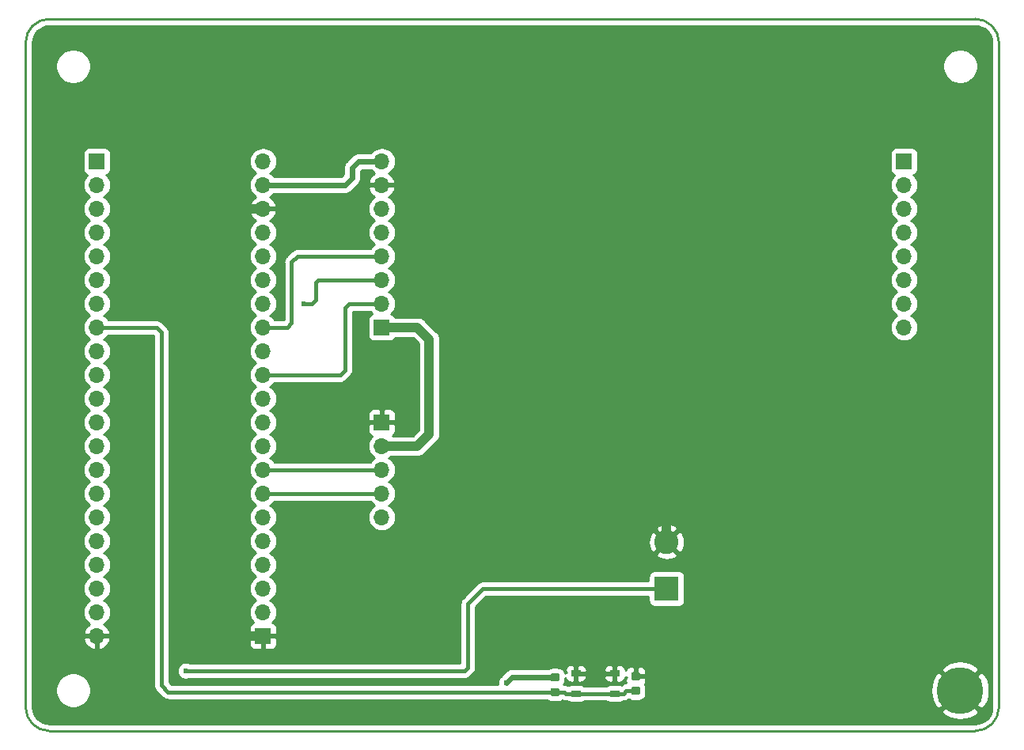
<source format=gbr>
G04 #@! TF.GenerationSoftware,KiCad,Pcbnew,5.1.2-f72e74a~84~ubuntu18.04.1*
G04 #@! TF.CreationDate,2019-05-24T04:06:14+05:00*
G04 #@! TF.ProjectId,reflow_board,7265666c-6f77-45f6-926f-6172642e6b69,1*
G04 #@! TF.SameCoordinates,Original*
G04 #@! TF.FileFunction,Copper,L1,Top*
G04 #@! TF.FilePolarity,Positive*
%FSLAX46Y46*%
G04 Gerber Fmt 4.6, Leading zero omitted, Abs format (unit mm)*
G04 Created by KiCad (PCBNEW 5.1.2-f72e74a~84~ubuntu18.04.1) date 2019-05-24 04:06:14*
%MOMM*%
%LPD*%
G04 APERTURE LIST*
%ADD10C,0.254000*%
%ADD11C,2.600000*%
%ADD12R,2.600000X2.600000*%
%ADD13C,5.000000*%
%ADD14O,1.700000X1.700000*%
%ADD15R,1.700000X1.700000*%
%ADD16R,1.050000X0.650000*%
%ADD17C,0.100000*%
%ADD18C,0.875000*%
%ADD19C,1.200000*%
%ADD20C,0.600000*%
%ADD21C,1.000000*%
%ADD22C,0.400000*%
%ADD23C,0.600000*%
G04 APERTURE END LIST*
D10*
X53340000Y-203200000D02*
G75*
G02X50800000Y-200660000I0J2540000D01*
G01*
X154940000Y-200660000D02*
G75*
G02X152400000Y-203200000I-2540000J0D01*
G01*
X152400000Y-127000000D02*
G75*
G02X154940000Y-129540000I0J-2540000D01*
G01*
X50800000Y-129540000D02*
G75*
G02X53340000Y-127000000I2540000J0D01*
G01*
X152400000Y-127000000D02*
X53340000Y-127000000D01*
X154940000Y-200660000D02*
X154940000Y-129540000D01*
X53340000Y-203200000D02*
X152400000Y-203200000D01*
X50800000Y-129540000D02*
X50800000Y-200660000D01*
D11*
X119380000Y-182960000D03*
D12*
X119380000Y-187960000D03*
D13*
X150786440Y-198850860D03*
D14*
X144780000Y-160020000D03*
X144780000Y-157480000D03*
X144780000Y-154940000D03*
X144780000Y-152400000D03*
X144780000Y-149860000D03*
X144780000Y-147320000D03*
X144780000Y-144780000D03*
D15*
X144780000Y-142240000D03*
D16*
X113835000Y-199195000D03*
X109685000Y-199195000D03*
X113835000Y-197045000D03*
X109685000Y-197045000D03*
D17*
G36*
X107719691Y-197023053D02*
G01*
X107740926Y-197026203D01*
X107761750Y-197031419D01*
X107781962Y-197038651D01*
X107801368Y-197047830D01*
X107819781Y-197058866D01*
X107837024Y-197071654D01*
X107852930Y-197086070D01*
X107867346Y-197101976D01*
X107880134Y-197119219D01*
X107891170Y-197137632D01*
X107900349Y-197157038D01*
X107907581Y-197177250D01*
X107912797Y-197198074D01*
X107915947Y-197219309D01*
X107917000Y-197240750D01*
X107917000Y-197678250D01*
X107915947Y-197699691D01*
X107912797Y-197720926D01*
X107907581Y-197741750D01*
X107900349Y-197761962D01*
X107891170Y-197781368D01*
X107880134Y-197799781D01*
X107867346Y-197817024D01*
X107852930Y-197832930D01*
X107837024Y-197847346D01*
X107819781Y-197860134D01*
X107801368Y-197871170D01*
X107781962Y-197880349D01*
X107761750Y-197887581D01*
X107740926Y-197892797D01*
X107719691Y-197895947D01*
X107698250Y-197897000D01*
X107185750Y-197897000D01*
X107164309Y-197895947D01*
X107143074Y-197892797D01*
X107122250Y-197887581D01*
X107102038Y-197880349D01*
X107082632Y-197871170D01*
X107064219Y-197860134D01*
X107046976Y-197847346D01*
X107031070Y-197832930D01*
X107016654Y-197817024D01*
X107003866Y-197799781D01*
X106992830Y-197781368D01*
X106983651Y-197761962D01*
X106976419Y-197741750D01*
X106971203Y-197720926D01*
X106968053Y-197699691D01*
X106967000Y-197678250D01*
X106967000Y-197240750D01*
X106968053Y-197219309D01*
X106971203Y-197198074D01*
X106976419Y-197177250D01*
X106983651Y-197157038D01*
X106992830Y-197137632D01*
X107003866Y-197119219D01*
X107016654Y-197101976D01*
X107031070Y-197086070D01*
X107046976Y-197071654D01*
X107064219Y-197058866D01*
X107082632Y-197047830D01*
X107102038Y-197038651D01*
X107122250Y-197031419D01*
X107143074Y-197026203D01*
X107164309Y-197023053D01*
X107185750Y-197022000D01*
X107698250Y-197022000D01*
X107719691Y-197023053D01*
X107719691Y-197023053D01*
G37*
D18*
X107442000Y-197459500D03*
D17*
G36*
X107719691Y-198598053D02*
G01*
X107740926Y-198601203D01*
X107761750Y-198606419D01*
X107781962Y-198613651D01*
X107801368Y-198622830D01*
X107819781Y-198633866D01*
X107837024Y-198646654D01*
X107852930Y-198661070D01*
X107867346Y-198676976D01*
X107880134Y-198694219D01*
X107891170Y-198712632D01*
X107900349Y-198732038D01*
X107907581Y-198752250D01*
X107912797Y-198773074D01*
X107915947Y-198794309D01*
X107917000Y-198815750D01*
X107917000Y-199253250D01*
X107915947Y-199274691D01*
X107912797Y-199295926D01*
X107907581Y-199316750D01*
X107900349Y-199336962D01*
X107891170Y-199356368D01*
X107880134Y-199374781D01*
X107867346Y-199392024D01*
X107852930Y-199407930D01*
X107837024Y-199422346D01*
X107819781Y-199435134D01*
X107801368Y-199446170D01*
X107781962Y-199455349D01*
X107761750Y-199462581D01*
X107740926Y-199467797D01*
X107719691Y-199470947D01*
X107698250Y-199472000D01*
X107185750Y-199472000D01*
X107164309Y-199470947D01*
X107143074Y-199467797D01*
X107122250Y-199462581D01*
X107102038Y-199455349D01*
X107082632Y-199446170D01*
X107064219Y-199435134D01*
X107046976Y-199422346D01*
X107031070Y-199407930D01*
X107016654Y-199392024D01*
X107003866Y-199374781D01*
X106992830Y-199356368D01*
X106983651Y-199336962D01*
X106976419Y-199316750D01*
X106971203Y-199295926D01*
X106968053Y-199274691D01*
X106967000Y-199253250D01*
X106967000Y-198815750D01*
X106968053Y-198794309D01*
X106971203Y-198773074D01*
X106976419Y-198752250D01*
X106983651Y-198732038D01*
X106992830Y-198712632D01*
X107003866Y-198694219D01*
X107016654Y-198676976D01*
X107031070Y-198661070D01*
X107046976Y-198646654D01*
X107064219Y-198633866D01*
X107082632Y-198622830D01*
X107102038Y-198613651D01*
X107122250Y-198606419D01*
X107143074Y-198601203D01*
X107164309Y-198598053D01*
X107185750Y-198597000D01*
X107698250Y-198597000D01*
X107719691Y-198598053D01*
X107719691Y-198598053D01*
G37*
D18*
X107442000Y-199034500D03*
D14*
X76200000Y-142240000D03*
X76200000Y-144780000D03*
X76200000Y-147320000D03*
X76200000Y-149860000D03*
X76200000Y-152400000D03*
X76200000Y-154940000D03*
X76200000Y-157480000D03*
X76200000Y-160020000D03*
X76200000Y-162560000D03*
X76200000Y-165100000D03*
X76200000Y-167640000D03*
X76200000Y-170180000D03*
X76200000Y-172720000D03*
X76200000Y-175260000D03*
X76200000Y-177800000D03*
X76200000Y-180340000D03*
X76200000Y-182880000D03*
X76200000Y-185420000D03*
X76200000Y-187960000D03*
X76200000Y-190500000D03*
D15*
X76200000Y-193040000D03*
D14*
X88900000Y-142240000D03*
X88900000Y-144780000D03*
X88900000Y-147320000D03*
X88900000Y-149860000D03*
X88900000Y-152400000D03*
X88900000Y-154940000D03*
X88900000Y-157480000D03*
D15*
X88900000Y-160020000D03*
D14*
X58420000Y-193040000D03*
X58420000Y-190500000D03*
X58420000Y-187960000D03*
X58420000Y-185420000D03*
X58420000Y-182880000D03*
X58420000Y-180340000D03*
X58420000Y-177800000D03*
X58420000Y-175260000D03*
X58420000Y-172720000D03*
X58420000Y-170180000D03*
X58420000Y-167640000D03*
X58420000Y-165100000D03*
X58420000Y-162560000D03*
X58420000Y-160020000D03*
X58420000Y-157480000D03*
X58420000Y-154940000D03*
X58420000Y-152400000D03*
X58420000Y-149860000D03*
X58420000Y-147320000D03*
X58420000Y-144780000D03*
D15*
X58420000Y-142240000D03*
D14*
X88900000Y-180340000D03*
X88900000Y-177800000D03*
X88900000Y-175260000D03*
X88900000Y-172720000D03*
D15*
X88900000Y-170180000D03*
D17*
G36*
X116355691Y-196896053D02*
G01*
X116376926Y-196899203D01*
X116397750Y-196904419D01*
X116417962Y-196911651D01*
X116437368Y-196920830D01*
X116455781Y-196931866D01*
X116473024Y-196944654D01*
X116488930Y-196959070D01*
X116503346Y-196974976D01*
X116516134Y-196992219D01*
X116527170Y-197010632D01*
X116536349Y-197030038D01*
X116543581Y-197050250D01*
X116548797Y-197071074D01*
X116551947Y-197092309D01*
X116553000Y-197113750D01*
X116553000Y-197551250D01*
X116551947Y-197572691D01*
X116548797Y-197593926D01*
X116543581Y-197614750D01*
X116536349Y-197634962D01*
X116527170Y-197654368D01*
X116516134Y-197672781D01*
X116503346Y-197690024D01*
X116488930Y-197705930D01*
X116473024Y-197720346D01*
X116455781Y-197733134D01*
X116437368Y-197744170D01*
X116417962Y-197753349D01*
X116397750Y-197760581D01*
X116376926Y-197765797D01*
X116355691Y-197768947D01*
X116334250Y-197770000D01*
X115821750Y-197770000D01*
X115800309Y-197768947D01*
X115779074Y-197765797D01*
X115758250Y-197760581D01*
X115738038Y-197753349D01*
X115718632Y-197744170D01*
X115700219Y-197733134D01*
X115682976Y-197720346D01*
X115667070Y-197705930D01*
X115652654Y-197690024D01*
X115639866Y-197672781D01*
X115628830Y-197654368D01*
X115619651Y-197634962D01*
X115612419Y-197614750D01*
X115607203Y-197593926D01*
X115604053Y-197572691D01*
X115603000Y-197551250D01*
X115603000Y-197113750D01*
X115604053Y-197092309D01*
X115607203Y-197071074D01*
X115612419Y-197050250D01*
X115619651Y-197030038D01*
X115628830Y-197010632D01*
X115639866Y-196992219D01*
X115652654Y-196974976D01*
X115667070Y-196959070D01*
X115682976Y-196944654D01*
X115700219Y-196931866D01*
X115718632Y-196920830D01*
X115738038Y-196911651D01*
X115758250Y-196904419D01*
X115779074Y-196899203D01*
X115800309Y-196896053D01*
X115821750Y-196895000D01*
X116334250Y-196895000D01*
X116355691Y-196896053D01*
X116355691Y-196896053D01*
G37*
D18*
X116078000Y-197332500D03*
D17*
G36*
X116355691Y-198471053D02*
G01*
X116376926Y-198474203D01*
X116397750Y-198479419D01*
X116417962Y-198486651D01*
X116437368Y-198495830D01*
X116455781Y-198506866D01*
X116473024Y-198519654D01*
X116488930Y-198534070D01*
X116503346Y-198549976D01*
X116516134Y-198567219D01*
X116527170Y-198585632D01*
X116536349Y-198605038D01*
X116543581Y-198625250D01*
X116548797Y-198646074D01*
X116551947Y-198667309D01*
X116553000Y-198688750D01*
X116553000Y-199126250D01*
X116551947Y-199147691D01*
X116548797Y-199168926D01*
X116543581Y-199189750D01*
X116536349Y-199209962D01*
X116527170Y-199229368D01*
X116516134Y-199247781D01*
X116503346Y-199265024D01*
X116488930Y-199280930D01*
X116473024Y-199295346D01*
X116455781Y-199308134D01*
X116437368Y-199319170D01*
X116417962Y-199328349D01*
X116397750Y-199335581D01*
X116376926Y-199340797D01*
X116355691Y-199343947D01*
X116334250Y-199345000D01*
X115821750Y-199345000D01*
X115800309Y-199343947D01*
X115779074Y-199340797D01*
X115758250Y-199335581D01*
X115738038Y-199328349D01*
X115718632Y-199319170D01*
X115700219Y-199308134D01*
X115682976Y-199295346D01*
X115667070Y-199280930D01*
X115652654Y-199265024D01*
X115639866Y-199247781D01*
X115628830Y-199229368D01*
X115619651Y-199209962D01*
X115612419Y-199189750D01*
X115607203Y-199168926D01*
X115604053Y-199147691D01*
X115603000Y-199126250D01*
X115603000Y-198688750D01*
X115604053Y-198667309D01*
X115607203Y-198646074D01*
X115612419Y-198625250D01*
X115619651Y-198605038D01*
X115628830Y-198585632D01*
X115639866Y-198567219D01*
X115652654Y-198549976D01*
X115667070Y-198534070D01*
X115682976Y-198519654D01*
X115700219Y-198506866D01*
X115718632Y-198495830D01*
X115738038Y-198486651D01*
X115758250Y-198479419D01*
X115779074Y-198474203D01*
X115800309Y-198471053D01*
X115821750Y-198470000D01*
X116334250Y-198470000D01*
X116355691Y-198471053D01*
X116355691Y-198471053D01*
G37*
D18*
X116078000Y-198907500D03*
D19*
X72786240Y-193027300D03*
X61292740Y-192946020D03*
X73192640Y-147317460D03*
X94648020Y-143642080D03*
X119367300Y-179489100D03*
D20*
X67927220Y-196756020D03*
X102232460Y-198053960D03*
X80563720Y-157472380D03*
D21*
X76200000Y-193040000D02*
X72798940Y-193040000D01*
X72798940Y-193040000D02*
X72786240Y-193027300D01*
X76200000Y-147320000D02*
X73195180Y-147320000D01*
X73195180Y-147320000D02*
X73192640Y-147317460D01*
X119380000Y-182960000D02*
X119380000Y-179501800D01*
X119380000Y-179501800D02*
X119367300Y-179489100D01*
D22*
X107442000Y-199034500D02*
X108442860Y-199034500D01*
X108603360Y-199195000D02*
X109685000Y-199195000D01*
X108442860Y-199034500D02*
X108603360Y-199195000D01*
X109685000Y-199195000D02*
X113835000Y-199195000D01*
X115047500Y-198907500D02*
X116078000Y-198907500D01*
X113835000Y-199195000D02*
X114760000Y-199195000D01*
X114760000Y-199195000D02*
X115047500Y-198907500D01*
X66052800Y-199034500D02*
X107442000Y-199034500D01*
X65344040Y-198325740D02*
X66052800Y-199034500D01*
X65344040Y-160566100D02*
X65344040Y-198325740D01*
X58420000Y-160020000D02*
X64797940Y-160020000D01*
X64797940Y-160020000D02*
X65344040Y-160566100D01*
X76200000Y-177800000D02*
X88900000Y-177800000D01*
X76200000Y-175260000D02*
X88900000Y-175260000D01*
D21*
X88900000Y-160020000D02*
X92710000Y-160020000D01*
X92710000Y-160020000D02*
X93980000Y-161290000D01*
X93980000Y-161290000D02*
X93980000Y-171450000D01*
X92710000Y-172720000D02*
X88900000Y-172720000D01*
X93980000Y-171450000D02*
X92710000Y-172720000D01*
D22*
X98130360Y-196397880D02*
X97772220Y-196756020D01*
X97772220Y-196756020D02*
X67927220Y-196756020D01*
X99740720Y-187960000D02*
X98130360Y-189570360D01*
X119380000Y-187960000D02*
X99740720Y-187960000D01*
X98130360Y-189570360D02*
X98130360Y-196397880D01*
X102816760Y-197459500D02*
X107442000Y-197459500D01*
D23*
X102816760Y-197469660D02*
X102816760Y-197459500D01*
X102232460Y-198053960D02*
X102816760Y-197469660D01*
X102826920Y-197459500D02*
X107442000Y-197459500D01*
X102816760Y-197469660D02*
X102826920Y-197459500D01*
X86418420Y-142240000D02*
X88900000Y-142240000D01*
X85742780Y-144005300D02*
X85742780Y-142915640D01*
X85742780Y-142915640D02*
X86418420Y-142240000D01*
X76200000Y-144780000D02*
X84968080Y-144780000D01*
X84968080Y-144780000D02*
X85742780Y-144005300D01*
D22*
X76200000Y-160020000D02*
X78775560Y-160020000D01*
X78775560Y-160020000D02*
X79253080Y-159542480D01*
X79253080Y-159542480D02*
X79253080Y-153022300D01*
X79875380Y-152400000D02*
X88900000Y-152400000D01*
X79253080Y-153022300D02*
X79875380Y-152400000D01*
X80563720Y-157472380D02*
X81440020Y-157472380D01*
X81440020Y-157472380D02*
X81810860Y-157101540D01*
X81810860Y-157101540D02*
X81810860Y-155201620D01*
X82072480Y-154940000D02*
X88900000Y-154940000D01*
X81810860Y-155201620D02*
X82072480Y-154940000D01*
X76200000Y-165100000D02*
X84449920Y-165100000D01*
X84449920Y-165100000D02*
X84978240Y-164571680D01*
X84978240Y-164571680D02*
X84978240Y-157927040D01*
X85425280Y-157480000D02*
X88900000Y-157480000D01*
X84978240Y-157927040D02*
X85425280Y-157480000D01*
D10*
G36*
X152744635Y-127799446D02*
G01*
X153076153Y-127899536D01*
X153381909Y-128062110D01*
X153650265Y-128280976D01*
X153870999Y-128547798D01*
X154035704Y-128852413D01*
X154138105Y-129183217D01*
X154178001Y-129562805D01*
X154178000Y-200622735D01*
X154140554Y-201004639D01*
X154040463Y-201336154D01*
X153877891Y-201641908D01*
X153659025Y-201910264D01*
X153392202Y-202130999D01*
X153087586Y-202295704D01*
X152756783Y-202398105D01*
X152377204Y-202438000D01*
X53377265Y-202438000D01*
X52995361Y-202400554D01*
X52663846Y-202300463D01*
X52358092Y-202137891D01*
X52089736Y-201919025D01*
X51869001Y-201652202D01*
X51704296Y-201347586D01*
X51613419Y-201054008D01*
X148762897Y-201054008D01*
X149039067Y-201471978D01*
X149583997Y-201762509D01*
X150175136Y-201941147D01*
X150789768Y-202001028D01*
X151404271Y-201939850D01*
X151995032Y-201759963D01*
X152533813Y-201471978D01*
X152809983Y-201054008D01*
X150786440Y-199030465D01*
X148762897Y-201054008D01*
X51613419Y-201054008D01*
X51601895Y-201016783D01*
X51562000Y-200637204D01*
X51562000Y-198665204D01*
X53995000Y-198665204D01*
X53995000Y-199036516D01*
X54067439Y-199400694D01*
X54209534Y-199743742D01*
X54415825Y-200052478D01*
X54678382Y-200315035D01*
X54987118Y-200521326D01*
X55330166Y-200663421D01*
X55694344Y-200735860D01*
X56065656Y-200735860D01*
X56429834Y-200663421D01*
X56772882Y-200521326D01*
X57081618Y-200315035D01*
X57344175Y-200052478D01*
X57550466Y-199743742D01*
X57692561Y-199400694D01*
X57765000Y-199036516D01*
X57765000Y-198665204D01*
X57692561Y-198301026D01*
X57550466Y-197957978D01*
X57344175Y-197649242D01*
X57081618Y-197386685D01*
X56772882Y-197180394D01*
X56429834Y-197038299D01*
X56065656Y-196965860D01*
X55694344Y-196965860D01*
X55330166Y-197038299D01*
X54987118Y-197180394D01*
X54678382Y-197386685D01*
X54415825Y-197649242D01*
X54209534Y-197957978D01*
X54067439Y-198301026D01*
X53995000Y-198665204D01*
X51562000Y-198665204D01*
X51562000Y-193396890D01*
X56978524Y-193396890D01*
X57023175Y-193544099D01*
X57148359Y-193806920D01*
X57322412Y-194040269D01*
X57538645Y-194235178D01*
X57788748Y-194384157D01*
X58063109Y-194481481D01*
X58293000Y-194360814D01*
X58293000Y-193167000D01*
X58547000Y-193167000D01*
X58547000Y-194360814D01*
X58776891Y-194481481D01*
X59051252Y-194384157D01*
X59301355Y-194235178D01*
X59517588Y-194040269D01*
X59691641Y-193806920D01*
X59816825Y-193544099D01*
X59861476Y-193396890D01*
X59740155Y-193167000D01*
X58547000Y-193167000D01*
X58293000Y-193167000D01*
X57099845Y-193167000D01*
X56978524Y-193396890D01*
X51562000Y-193396890D01*
X51562000Y-144780000D01*
X56927815Y-144780000D01*
X56956487Y-145071111D01*
X57041401Y-145351034D01*
X57179294Y-145609014D01*
X57364866Y-145835134D01*
X57590986Y-146020706D01*
X57645791Y-146050000D01*
X57590986Y-146079294D01*
X57364866Y-146264866D01*
X57179294Y-146490986D01*
X57041401Y-146748966D01*
X56956487Y-147028889D01*
X56927815Y-147320000D01*
X56956487Y-147611111D01*
X57041401Y-147891034D01*
X57179294Y-148149014D01*
X57364866Y-148375134D01*
X57590986Y-148560706D01*
X57645791Y-148590000D01*
X57590986Y-148619294D01*
X57364866Y-148804866D01*
X57179294Y-149030986D01*
X57041401Y-149288966D01*
X56956487Y-149568889D01*
X56927815Y-149860000D01*
X56956487Y-150151111D01*
X57041401Y-150431034D01*
X57179294Y-150689014D01*
X57364866Y-150915134D01*
X57590986Y-151100706D01*
X57645791Y-151130000D01*
X57590986Y-151159294D01*
X57364866Y-151344866D01*
X57179294Y-151570986D01*
X57041401Y-151828966D01*
X56956487Y-152108889D01*
X56927815Y-152400000D01*
X56956487Y-152691111D01*
X57041401Y-152971034D01*
X57179294Y-153229014D01*
X57364866Y-153455134D01*
X57590986Y-153640706D01*
X57645791Y-153670000D01*
X57590986Y-153699294D01*
X57364866Y-153884866D01*
X57179294Y-154110986D01*
X57041401Y-154368966D01*
X56956487Y-154648889D01*
X56927815Y-154940000D01*
X56956487Y-155231111D01*
X57041401Y-155511034D01*
X57179294Y-155769014D01*
X57364866Y-155995134D01*
X57590986Y-156180706D01*
X57645791Y-156210000D01*
X57590986Y-156239294D01*
X57364866Y-156424866D01*
X57179294Y-156650986D01*
X57041401Y-156908966D01*
X56956487Y-157188889D01*
X56927815Y-157480000D01*
X56956487Y-157771111D01*
X57041401Y-158051034D01*
X57179294Y-158309014D01*
X57364866Y-158535134D01*
X57590986Y-158720706D01*
X57645791Y-158750000D01*
X57590986Y-158779294D01*
X57364866Y-158964866D01*
X57179294Y-159190986D01*
X57041401Y-159448966D01*
X56956487Y-159728889D01*
X56927815Y-160020000D01*
X56956487Y-160311111D01*
X57041401Y-160591034D01*
X57179294Y-160849014D01*
X57364866Y-161075134D01*
X57590986Y-161260706D01*
X57645791Y-161290000D01*
X57590986Y-161319294D01*
X57364866Y-161504866D01*
X57179294Y-161730986D01*
X57041401Y-161988966D01*
X56956487Y-162268889D01*
X56927815Y-162560000D01*
X56956487Y-162851111D01*
X57041401Y-163131034D01*
X57179294Y-163389014D01*
X57364866Y-163615134D01*
X57590986Y-163800706D01*
X57645791Y-163830000D01*
X57590986Y-163859294D01*
X57364866Y-164044866D01*
X57179294Y-164270986D01*
X57041401Y-164528966D01*
X56956487Y-164808889D01*
X56927815Y-165100000D01*
X56956487Y-165391111D01*
X57041401Y-165671034D01*
X57179294Y-165929014D01*
X57364866Y-166155134D01*
X57590986Y-166340706D01*
X57645791Y-166370000D01*
X57590986Y-166399294D01*
X57364866Y-166584866D01*
X57179294Y-166810986D01*
X57041401Y-167068966D01*
X56956487Y-167348889D01*
X56927815Y-167640000D01*
X56956487Y-167931111D01*
X57041401Y-168211034D01*
X57179294Y-168469014D01*
X57364866Y-168695134D01*
X57590986Y-168880706D01*
X57645791Y-168910000D01*
X57590986Y-168939294D01*
X57364866Y-169124866D01*
X57179294Y-169350986D01*
X57041401Y-169608966D01*
X56956487Y-169888889D01*
X56927815Y-170180000D01*
X56956487Y-170471111D01*
X57041401Y-170751034D01*
X57179294Y-171009014D01*
X57364866Y-171235134D01*
X57590986Y-171420706D01*
X57645791Y-171450000D01*
X57590986Y-171479294D01*
X57364866Y-171664866D01*
X57179294Y-171890986D01*
X57041401Y-172148966D01*
X56956487Y-172428889D01*
X56927815Y-172720000D01*
X56956487Y-173011111D01*
X57041401Y-173291034D01*
X57179294Y-173549014D01*
X57364866Y-173775134D01*
X57590986Y-173960706D01*
X57645791Y-173990000D01*
X57590986Y-174019294D01*
X57364866Y-174204866D01*
X57179294Y-174430986D01*
X57041401Y-174688966D01*
X56956487Y-174968889D01*
X56927815Y-175260000D01*
X56956487Y-175551111D01*
X57041401Y-175831034D01*
X57179294Y-176089014D01*
X57364866Y-176315134D01*
X57590986Y-176500706D01*
X57645791Y-176530000D01*
X57590986Y-176559294D01*
X57364866Y-176744866D01*
X57179294Y-176970986D01*
X57041401Y-177228966D01*
X56956487Y-177508889D01*
X56927815Y-177800000D01*
X56956487Y-178091111D01*
X57041401Y-178371034D01*
X57179294Y-178629014D01*
X57364866Y-178855134D01*
X57590986Y-179040706D01*
X57645791Y-179070000D01*
X57590986Y-179099294D01*
X57364866Y-179284866D01*
X57179294Y-179510986D01*
X57041401Y-179768966D01*
X56956487Y-180048889D01*
X56927815Y-180340000D01*
X56956487Y-180631111D01*
X57041401Y-180911034D01*
X57179294Y-181169014D01*
X57364866Y-181395134D01*
X57590986Y-181580706D01*
X57645791Y-181610000D01*
X57590986Y-181639294D01*
X57364866Y-181824866D01*
X57179294Y-182050986D01*
X57041401Y-182308966D01*
X56956487Y-182588889D01*
X56927815Y-182880000D01*
X56956487Y-183171111D01*
X57041401Y-183451034D01*
X57179294Y-183709014D01*
X57364866Y-183935134D01*
X57590986Y-184120706D01*
X57645791Y-184150000D01*
X57590986Y-184179294D01*
X57364866Y-184364866D01*
X57179294Y-184590986D01*
X57041401Y-184848966D01*
X56956487Y-185128889D01*
X56927815Y-185420000D01*
X56956487Y-185711111D01*
X57041401Y-185991034D01*
X57179294Y-186249014D01*
X57364866Y-186475134D01*
X57590986Y-186660706D01*
X57645791Y-186690000D01*
X57590986Y-186719294D01*
X57364866Y-186904866D01*
X57179294Y-187130986D01*
X57041401Y-187388966D01*
X56956487Y-187668889D01*
X56927815Y-187960000D01*
X56956487Y-188251111D01*
X57041401Y-188531034D01*
X57179294Y-188789014D01*
X57364866Y-189015134D01*
X57590986Y-189200706D01*
X57645791Y-189230000D01*
X57590986Y-189259294D01*
X57364866Y-189444866D01*
X57179294Y-189670986D01*
X57041401Y-189928966D01*
X56956487Y-190208889D01*
X56927815Y-190500000D01*
X56956487Y-190791111D01*
X57041401Y-191071034D01*
X57179294Y-191329014D01*
X57364866Y-191555134D01*
X57590986Y-191740706D01*
X57655523Y-191775201D01*
X57538645Y-191844822D01*
X57322412Y-192039731D01*
X57148359Y-192273080D01*
X57023175Y-192535901D01*
X56978524Y-192683110D01*
X57099845Y-192913000D01*
X58293000Y-192913000D01*
X58293000Y-192893000D01*
X58547000Y-192893000D01*
X58547000Y-192913000D01*
X59740155Y-192913000D01*
X59861476Y-192683110D01*
X59816825Y-192535901D01*
X59691641Y-192273080D01*
X59517588Y-192039731D01*
X59301355Y-191844822D01*
X59184477Y-191775201D01*
X59249014Y-191740706D01*
X59475134Y-191555134D01*
X59660706Y-191329014D01*
X59798599Y-191071034D01*
X59883513Y-190791111D01*
X59912185Y-190500000D01*
X59883513Y-190208889D01*
X59798599Y-189928966D01*
X59660706Y-189670986D01*
X59475134Y-189444866D01*
X59249014Y-189259294D01*
X59194209Y-189230000D01*
X59249014Y-189200706D01*
X59475134Y-189015134D01*
X59660706Y-188789014D01*
X59798599Y-188531034D01*
X59883513Y-188251111D01*
X59912185Y-187960000D01*
X59883513Y-187668889D01*
X59798599Y-187388966D01*
X59660706Y-187130986D01*
X59475134Y-186904866D01*
X59249014Y-186719294D01*
X59194209Y-186690000D01*
X59249014Y-186660706D01*
X59475134Y-186475134D01*
X59660706Y-186249014D01*
X59798599Y-185991034D01*
X59883513Y-185711111D01*
X59912185Y-185420000D01*
X59883513Y-185128889D01*
X59798599Y-184848966D01*
X59660706Y-184590986D01*
X59475134Y-184364866D01*
X59249014Y-184179294D01*
X59194209Y-184150000D01*
X59249014Y-184120706D01*
X59475134Y-183935134D01*
X59660706Y-183709014D01*
X59798599Y-183451034D01*
X59883513Y-183171111D01*
X59912185Y-182880000D01*
X59883513Y-182588889D01*
X59798599Y-182308966D01*
X59660706Y-182050986D01*
X59475134Y-181824866D01*
X59249014Y-181639294D01*
X59194209Y-181610000D01*
X59249014Y-181580706D01*
X59475134Y-181395134D01*
X59660706Y-181169014D01*
X59798599Y-180911034D01*
X59883513Y-180631111D01*
X59912185Y-180340000D01*
X59883513Y-180048889D01*
X59798599Y-179768966D01*
X59660706Y-179510986D01*
X59475134Y-179284866D01*
X59249014Y-179099294D01*
X59194209Y-179070000D01*
X59249014Y-179040706D01*
X59475134Y-178855134D01*
X59660706Y-178629014D01*
X59798599Y-178371034D01*
X59883513Y-178091111D01*
X59912185Y-177800000D01*
X59883513Y-177508889D01*
X59798599Y-177228966D01*
X59660706Y-176970986D01*
X59475134Y-176744866D01*
X59249014Y-176559294D01*
X59194209Y-176530000D01*
X59249014Y-176500706D01*
X59475134Y-176315134D01*
X59660706Y-176089014D01*
X59798599Y-175831034D01*
X59883513Y-175551111D01*
X59912185Y-175260000D01*
X59883513Y-174968889D01*
X59798599Y-174688966D01*
X59660706Y-174430986D01*
X59475134Y-174204866D01*
X59249014Y-174019294D01*
X59194209Y-173990000D01*
X59249014Y-173960706D01*
X59475134Y-173775134D01*
X59660706Y-173549014D01*
X59798599Y-173291034D01*
X59883513Y-173011111D01*
X59912185Y-172720000D01*
X59883513Y-172428889D01*
X59798599Y-172148966D01*
X59660706Y-171890986D01*
X59475134Y-171664866D01*
X59249014Y-171479294D01*
X59194209Y-171450000D01*
X59249014Y-171420706D01*
X59475134Y-171235134D01*
X59660706Y-171009014D01*
X59798599Y-170751034D01*
X59883513Y-170471111D01*
X59912185Y-170180000D01*
X59883513Y-169888889D01*
X59798599Y-169608966D01*
X59660706Y-169350986D01*
X59475134Y-169124866D01*
X59249014Y-168939294D01*
X59194209Y-168910000D01*
X59249014Y-168880706D01*
X59475134Y-168695134D01*
X59660706Y-168469014D01*
X59798599Y-168211034D01*
X59883513Y-167931111D01*
X59912185Y-167640000D01*
X59883513Y-167348889D01*
X59798599Y-167068966D01*
X59660706Y-166810986D01*
X59475134Y-166584866D01*
X59249014Y-166399294D01*
X59194209Y-166370000D01*
X59249014Y-166340706D01*
X59475134Y-166155134D01*
X59660706Y-165929014D01*
X59798599Y-165671034D01*
X59883513Y-165391111D01*
X59912185Y-165100000D01*
X59883513Y-164808889D01*
X59798599Y-164528966D01*
X59660706Y-164270986D01*
X59475134Y-164044866D01*
X59249014Y-163859294D01*
X59194209Y-163830000D01*
X59249014Y-163800706D01*
X59475134Y-163615134D01*
X59660706Y-163389014D01*
X59798599Y-163131034D01*
X59883513Y-162851111D01*
X59912185Y-162560000D01*
X59883513Y-162268889D01*
X59798599Y-161988966D01*
X59660706Y-161730986D01*
X59475134Y-161504866D01*
X59249014Y-161319294D01*
X59194209Y-161290000D01*
X59249014Y-161260706D01*
X59475134Y-161075134D01*
X59655793Y-160855000D01*
X64452073Y-160855000D01*
X64509040Y-160911967D01*
X64509041Y-198284711D01*
X64505000Y-198325740D01*
X64521122Y-198489428D01*
X64568868Y-198646826D01*
X64622724Y-198747583D01*
X64646405Y-198791886D01*
X64750750Y-198919031D01*
X64782614Y-198945181D01*
X65433358Y-199595926D01*
X65459509Y-199627791D01*
X65526382Y-199682672D01*
X65586654Y-199732136D01*
X65731713Y-199809672D01*
X65889111Y-199857418D01*
X66052799Y-199873540D01*
X66093818Y-199869500D01*
X106592539Y-199869500D01*
X106709725Y-199965671D01*
X106857858Y-200044850D01*
X107018592Y-200093608D01*
X107185750Y-200110072D01*
X107698250Y-200110072D01*
X107865408Y-200093608D01*
X108026142Y-200044850D01*
X108174275Y-199965671D01*
X108213550Y-199933439D01*
X108282273Y-199970172D01*
X108439671Y-200017918D01*
X108562341Y-200030000D01*
X108562351Y-200030000D01*
X108603359Y-200034039D01*
X108644367Y-200030000D01*
X108780482Y-200030000D01*
X108805506Y-200050537D01*
X108915820Y-200109502D01*
X109035518Y-200145812D01*
X109160000Y-200158072D01*
X110210000Y-200158072D01*
X110334482Y-200145812D01*
X110454180Y-200109502D01*
X110564494Y-200050537D01*
X110589518Y-200030000D01*
X112930482Y-200030000D01*
X112955506Y-200050537D01*
X113065820Y-200109502D01*
X113185518Y-200145812D01*
X113310000Y-200158072D01*
X114360000Y-200158072D01*
X114484482Y-200145812D01*
X114604180Y-200109502D01*
X114714494Y-200050537D01*
X114737318Y-200031806D01*
X114760000Y-200034040D01*
X114801018Y-200030000D01*
X114801019Y-200030000D01*
X114923689Y-200017918D01*
X115081087Y-199970172D01*
X115226146Y-199892636D01*
X115318814Y-199816586D01*
X115345725Y-199838671D01*
X115493858Y-199917850D01*
X115654592Y-199966608D01*
X115821750Y-199983072D01*
X116334250Y-199983072D01*
X116501408Y-199966608D01*
X116662142Y-199917850D01*
X116810275Y-199838671D01*
X116940115Y-199732115D01*
X117046671Y-199602275D01*
X117125850Y-199454142D01*
X117174608Y-199293408D01*
X117191072Y-199126250D01*
X117191072Y-198854188D01*
X147636272Y-198854188D01*
X147697450Y-199468691D01*
X147877337Y-200059452D01*
X148165322Y-200598233D01*
X148583292Y-200874403D01*
X150606835Y-198850860D01*
X150966045Y-198850860D01*
X152989588Y-200874403D01*
X153407558Y-200598233D01*
X153698089Y-200053303D01*
X153876727Y-199462164D01*
X153936608Y-198847532D01*
X153875430Y-198233029D01*
X153695543Y-197642268D01*
X153407558Y-197103487D01*
X152989588Y-196827317D01*
X150966045Y-198850860D01*
X150606835Y-198850860D01*
X148583292Y-196827317D01*
X148165322Y-197103487D01*
X147874791Y-197648417D01*
X147696153Y-198239556D01*
X147636272Y-198854188D01*
X117191072Y-198854188D01*
X117191072Y-198688750D01*
X117174608Y-198521592D01*
X117125850Y-198360858D01*
X117046671Y-198212725D01*
X117028900Y-198191070D01*
X117083537Y-198124494D01*
X117142502Y-198014180D01*
X117178812Y-197894482D01*
X117191072Y-197770000D01*
X117188000Y-197618250D01*
X117029250Y-197459500D01*
X116205000Y-197459500D01*
X116205000Y-197479500D01*
X115951000Y-197479500D01*
X115951000Y-197459500D01*
X115931000Y-197459500D01*
X115931000Y-197205500D01*
X115951000Y-197205500D01*
X115951000Y-196418750D01*
X116205000Y-196418750D01*
X116205000Y-197205500D01*
X117029250Y-197205500D01*
X117188000Y-197046750D01*
X117191072Y-196895000D01*
X117178812Y-196770518D01*
X117142502Y-196650820D01*
X117140841Y-196647712D01*
X148762897Y-196647712D01*
X150786440Y-198671255D01*
X152809983Y-196647712D01*
X152533813Y-196229742D01*
X151988883Y-195939211D01*
X151397744Y-195760573D01*
X150783112Y-195700692D01*
X150168609Y-195761870D01*
X149577848Y-195941757D01*
X149039067Y-196229742D01*
X148762897Y-196647712D01*
X117140841Y-196647712D01*
X117083537Y-196540506D01*
X117004185Y-196443815D01*
X116907494Y-196364463D01*
X116797180Y-196305498D01*
X116677482Y-196269188D01*
X116553000Y-196256928D01*
X116363750Y-196260000D01*
X116205000Y-196418750D01*
X115951000Y-196418750D01*
X115792250Y-196260000D01*
X115603000Y-196256928D01*
X115478518Y-196269188D01*
X115358820Y-196305498D01*
X115248506Y-196364463D01*
X115151815Y-196443815D01*
X115072463Y-196540506D01*
X115013498Y-196650820D01*
X114996709Y-196706165D01*
X114985812Y-196595518D01*
X114949502Y-196475820D01*
X114890537Y-196365506D01*
X114811185Y-196268815D01*
X114714494Y-196189463D01*
X114604180Y-196130498D01*
X114484482Y-196094188D01*
X114360000Y-196081928D01*
X114120750Y-196085000D01*
X113962000Y-196243750D01*
X113962000Y-196918000D01*
X113982000Y-196918000D01*
X113982000Y-197172000D01*
X113962000Y-197172000D01*
X113962000Y-197846250D01*
X114120750Y-198005000D01*
X114360000Y-198008072D01*
X114484482Y-197995812D01*
X114604180Y-197959502D01*
X114714494Y-197900537D01*
X114811185Y-197821185D01*
X114890537Y-197724494D01*
X114949502Y-197614180D01*
X114985812Y-197494482D01*
X114989257Y-197459502D01*
X115126748Y-197459502D01*
X114968000Y-197618250D01*
X114964928Y-197770000D01*
X114977188Y-197894482D01*
X115013498Y-198014180D01*
X115042762Y-198068928D01*
X115006491Y-198072500D01*
X115006481Y-198072500D01*
X114883811Y-198084582D01*
X114726413Y-198132328D01*
X114581354Y-198209864D01*
X114524674Y-198256380D01*
X114484482Y-198244188D01*
X114360000Y-198231928D01*
X113310000Y-198231928D01*
X113185518Y-198244188D01*
X113065820Y-198280498D01*
X112955506Y-198339463D01*
X112930482Y-198360000D01*
X110589518Y-198360000D01*
X110564494Y-198339463D01*
X110454180Y-198280498D01*
X110334482Y-198244188D01*
X110210000Y-198231928D01*
X109160000Y-198231928D01*
X109035518Y-198244188D01*
X108915820Y-198280498D01*
X108859687Y-198310502D01*
X108763947Y-198259328D01*
X108606549Y-198211582D01*
X108483879Y-198199500D01*
X108483878Y-198199500D01*
X108442860Y-198195460D01*
X108401842Y-198199500D01*
X108373556Y-198199500D01*
X108410671Y-198154275D01*
X108489850Y-198006142D01*
X108538608Y-197845408D01*
X108555072Y-197678250D01*
X108555072Y-197563327D01*
X108570498Y-197614180D01*
X108629463Y-197724494D01*
X108708815Y-197821185D01*
X108805506Y-197900537D01*
X108915820Y-197959502D01*
X109035518Y-197995812D01*
X109160000Y-198008072D01*
X109399250Y-198005000D01*
X109558000Y-197846250D01*
X109558000Y-197172000D01*
X109812000Y-197172000D01*
X109812000Y-197846250D01*
X109970750Y-198005000D01*
X110210000Y-198008072D01*
X110334482Y-197995812D01*
X110454180Y-197959502D01*
X110564494Y-197900537D01*
X110661185Y-197821185D01*
X110740537Y-197724494D01*
X110799502Y-197614180D01*
X110835812Y-197494482D01*
X110848072Y-197370000D01*
X112671928Y-197370000D01*
X112684188Y-197494482D01*
X112720498Y-197614180D01*
X112779463Y-197724494D01*
X112858815Y-197821185D01*
X112955506Y-197900537D01*
X113065820Y-197959502D01*
X113185518Y-197995812D01*
X113310000Y-198008072D01*
X113549250Y-198005000D01*
X113708000Y-197846250D01*
X113708000Y-197172000D01*
X112833750Y-197172000D01*
X112675000Y-197330750D01*
X112671928Y-197370000D01*
X110848072Y-197370000D01*
X110845000Y-197330750D01*
X110686250Y-197172000D01*
X109812000Y-197172000D01*
X109558000Y-197172000D01*
X109538000Y-197172000D01*
X109538000Y-196918000D01*
X109558000Y-196918000D01*
X109558000Y-196243750D01*
X109812000Y-196243750D01*
X109812000Y-196918000D01*
X110686250Y-196918000D01*
X110845000Y-196759250D01*
X110848072Y-196720000D01*
X112671928Y-196720000D01*
X112675000Y-196759250D01*
X112833750Y-196918000D01*
X113708000Y-196918000D01*
X113708000Y-196243750D01*
X113549250Y-196085000D01*
X113310000Y-196081928D01*
X113185518Y-196094188D01*
X113065820Y-196130498D01*
X112955506Y-196189463D01*
X112858815Y-196268815D01*
X112779463Y-196365506D01*
X112720498Y-196475820D01*
X112684188Y-196595518D01*
X112671928Y-196720000D01*
X110848072Y-196720000D01*
X110835812Y-196595518D01*
X110799502Y-196475820D01*
X110740537Y-196365506D01*
X110661185Y-196268815D01*
X110564494Y-196189463D01*
X110454180Y-196130498D01*
X110334482Y-196094188D01*
X110210000Y-196081928D01*
X109970750Y-196085000D01*
X109812000Y-196243750D01*
X109558000Y-196243750D01*
X109399250Y-196085000D01*
X109160000Y-196081928D01*
X109035518Y-196094188D01*
X108915820Y-196130498D01*
X108805506Y-196189463D01*
X108708815Y-196268815D01*
X108629463Y-196365506D01*
X108570498Y-196475820D01*
X108534188Y-196595518D01*
X108521928Y-196720000D01*
X108525000Y-196759250D01*
X108683748Y-196917998D01*
X108525000Y-196917998D01*
X108525000Y-197028732D01*
X108489850Y-196912858D01*
X108410671Y-196764725D01*
X108304115Y-196634885D01*
X108174275Y-196528329D01*
X108026142Y-196449150D01*
X107865408Y-196400392D01*
X107698250Y-196383928D01*
X107185750Y-196383928D01*
X107018592Y-196400392D01*
X106857858Y-196449150D01*
X106716889Y-196524500D01*
X102872851Y-196524500D01*
X102826919Y-196519976D01*
X102821840Y-196520476D01*
X102816760Y-196519976D01*
X102633469Y-196538029D01*
X102457221Y-196591493D01*
X102294789Y-196678314D01*
X102152416Y-196795156D01*
X102076631Y-196887500D01*
X101636435Y-197327696D01*
X101636432Y-197327698D01*
X101506198Y-197457932D01*
X101480549Y-197496318D01*
X101451275Y-197531989D01*
X101429522Y-197572686D01*
X101403874Y-197611071D01*
X101386208Y-197653722D01*
X101364454Y-197694420D01*
X101351057Y-197738583D01*
X101333392Y-197781231D01*
X101324387Y-197826503D01*
X101310989Y-197870669D01*
X101306465Y-197916600D01*
X101297460Y-197961871D01*
X101297460Y-198008028D01*
X101292936Y-198053960D01*
X101297460Y-198099892D01*
X101297460Y-198146049D01*
X101306465Y-198191320D01*
X101307271Y-198199500D01*
X66398668Y-198199500D01*
X66179040Y-197979873D01*
X66179040Y-196663931D01*
X66992220Y-196663931D01*
X66992220Y-196848109D01*
X67028152Y-197028749D01*
X67098634Y-197198909D01*
X67200958Y-197352048D01*
X67331192Y-197482282D01*
X67484331Y-197584606D01*
X67654491Y-197655088D01*
X67835131Y-197691020D01*
X68019309Y-197691020D01*
X68199949Y-197655088D01*
X68354624Y-197591020D01*
X97731202Y-197591020D01*
X97772220Y-197595060D01*
X97813238Y-197591020D01*
X97813239Y-197591020D01*
X97935909Y-197578938D01*
X98093307Y-197531192D01*
X98238366Y-197453656D01*
X98365511Y-197349311D01*
X98391666Y-197317441D01*
X98691781Y-197017326D01*
X98723651Y-196991171D01*
X98827996Y-196864026D01*
X98905532Y-196718967D01*
X98953278Y-196561569D01*
X98965360Y-196438899D01*
X98965360Y-196438889D01*
X98969399Y-196397881D01*
X98965360Y-196356873D01*
X98965360Y-189916227D01*
X100086589Y-188795000D01*
X117441928Y-188795000D01*
X117441928Y-189260000D01*
X117454188Y-189384482D01*
X117490498Y-189504180D01*
X117549463Y-189614494D01*
X117628815Y-189711185D01*
X117725506Y-189790537D01*
X117835820Y-189849502D01*
X117955518Y-189885812D01*
X118080000Y-189898072D01*
X120680000Y-189898072D01*
X120804482Y-189885812D01*
X120924180Y-189849502D01*
X121034494Y-189790537D01*
X121131185Y-189711185D01*
X121210537Y-189614494D01*
X121269502Y-189504180D01*
X121305812Y-189384482D01*
X121318072Y-189260000D01*
X121318072Y-186660000D01*
X121305812Y-186535518D01*
X121269502Y-186415820D01*
X121210537Y-186305506D01*
X121131185Y-186208815D01*
X121034494Y-186129463D01*
X120924180Y-186070498D01*
X120804482Y-186034188D01*
X120680000Y-186021928D01*
X118080000Y-186021928D01*
X117955518Y-186034188D01*
X117835820Y-186070498D01*
X117725506Y-186129463D01*
X117628815Y-186208815D01*
X117549463Y-186305506D01*
X117490498Y-186415820D01*
X117454188Y-186535518D01*
X117441928Y-186660000D01*
X117441928Y-187125000D01*
X99781738Y-187125000D01*
X99740720Y-187120960D01*
X99699701Y-187125000D01*
X99577031Y-187137082D01*
X99419633Y-187184828D01*
X99274574Y-187262364D01*
X99147429Y-187366709D01*
X99121283Y-187398568D01*
X97568939Y-188950914D01*
X97537069Y-188977069D01*
X97432725Y-189104214D01*
X97432724Y-189104215D01*
X97355188Y-189249274D01*
X97307442Y-189406672D01*
X97291320Y-189570360D01*
X97295360Y-189611379D01*
X97295361Y-195921020D01*
X68354624Y-195921020D01*
X68199949Y-195856952D01*
X68019309Y-195821020D01*
X67835131Y-195821020D01*
X67654491Y-195856952D01*
X67484331Y-195927434D01*
X67331192Y-196029758D01*
X67200958Y-196159992D01*
X67098634Y-196313131D01*
X67028152Y-196483291D01*
X66992220Y-196663931D01*
X66179040Y-196663931D01*
X66179040Y-193890000D01*
X74711928Y-193890000D01*
X74724188Y-194014482D01*
X74760498Y-194134180D01*
X74819463Y-194244494D01*
X74898815Y-194341185D01*
X74995506Y-194420537D01*
X75105820Y-194479502D01*
X75225518Y-194515812D01*
X75350000Y-194528072D01*
X75914250Y-194525000D01*
X76073000Y-194366250D01*
X76073000Y-193167000D01*
X76327000Y-193167000D01*
X76327000Y-194366250D01*
X76485750Y-194525000D01*
X77050000Y-194528072D01*
X77174482Y-194515812D01*
X77294180Y-194479502D01*
X77404494Y-194420537D01*
X77501185Y-194341185D01*
X77580537Y-194244494D01*
X77639502Y-194134180D01*
X77675812Y-194014482D01*
X77688072Y-193890000D01*
X77685000Y-193325750D01*
X77526250Y-193167000D01*
X76327000Y-193167000D01*
X76073000Y-193167000D01*
X74873750Y-193167000D01*
X74715000Y-193325750D01*
X74711928Y-193890000D01*
X66179040Y-193890000D01*
X66179040Y-160607118D01*
X66183080Y-160566099D01*
X66166958Y-160402411D01*
X66119212Y-160245013D01*
X66041676Y-160099954D01*
X65937331Y-159972809D01*
X65905462Y-159946655D01*
X65417386Y-159458579D01*
X65391231Y-159426709D01*
X65264086Y-159322364D01*
X65119027Y-159244828D01*
X64961629Y-159197082D01*
X64838959Y-159185000D01*
X64838958Y-159185000D01*
X64797940Y-159180960D01*
X64756922Y-159185000D01*
X59655793Y-159185000D01*
X59475134Y-158964866D01*
X59249014Y-158779294D01*
X59194209Y-158750000D01*
X59249014Y-158720706D01*
X59475134Y-158535134D01*
X59660706Y-158309014D01*
X59798599Y-158051034D01*
X59883513Y-157771111D01*
X59912185Y-157480000D01*
X59883513Y-157188889D01*
X59798599Y-156908966D01*
X59660706Y-156650986D01*
X59475134Y-156424866D01*
X59249014Y-156239294D01*
X59194209Y-156210000D01*
X59249014Y-156180706D01*
X59475134Y-155995134D01*
X59660706Y-155769014D01*
X59798599Y-155511034D01*
X59883513Y-155231111D01*
X59912185Y-154940000D01*
X59883513Y-154648889D01*
X59798599Y-154368966D01*
X59660706Y-154110986D01*
X59475134Y-153884866D01*
X59249014Y-153699294D01*
X59194209Y-153670000D01*
X59249014Y-153640706D01*
X59475134Y-153455134D01*
X59660706Y-153229014D01*
X59798599Y-152971034D01*
X59883513Y-152691111D01*
X59912185Y-152400000D01*
X59883513Y-152108889D01*
X59798599Y-151828966D01*
X59660706Y-151570986D01*
X59475134Y-151344866D01*
X59249014Y-151159294D01*
X59194209Y-151130000D01*
X59249014Y-151100706D01*
X59475134Y-150915134D01*
X59660706Y-150689014D01*
X59798599Y-150431034D01*
X59883513Y-150151111D01*
X59912185Y-149860000D01*
X74707815Y-149860000D01*
X74736487Y-150151111D01*
X74821401Y-150431034D01*
X74959294Y-150689014D01*
X75144866Y-150915134D01*
X75370986Y-151100706D01*
X75425791Y-151130000D01*
X75370986Y-151159294D01*
X75144866Y-151344866D01*
X74959294Y-151570986D01*
X74821401Y-151828966D01*
X74736487Y-152108889D01*
X74707815Y-152400000D01*
X74736487Y-152691111D01*
X74821401Y-152971034D01*
X74959294Y-153229014D01*
X75144866Y-153455134D01*
X75370986Y-153640706D01*
X75425791Y-153670000D01*
X75370986Y-153699294D01*
X75144866Y-153884866D01*
X74959294Y-154110986D01*
X74821401Y-154368966D01*
X74736487Y-154648889D01*
X74707815Y-154940000D01*
X74736487Y-155231111D01*
X74821401Y-155511034D01*
X74959294Y-155769014D01*
X75144866Y-155995134D01*
X75370986Y-156180706D01*
X75425791Y-156210000D01*
X75370986Y-156239294D01*
X75144866Y-156424866D01*
X74959294Y-156650986D01*
X74821401Y-156908966D01*
X74736487Y-157188889D01*
X74707815Y-157480000D01*
X74736487Y-157771111D01*
X74821401Y-158051034D01*
X74959294Y-158309014D01*
X75144866Y-158535134D01*
X75370986Y-158720706D01*
X75425791Y-158750000D01*
X75370986Y-158779294D01*
X75144866Y-158964866D01*
X74959294Y-159190986D01*
X74821401Y-159448966D01*
X74736487Y-159728889D01*
X74707815Y-160020000D01*
X74736487Y-160311111D01*
X74821401Y-160591034D01*
X74959294Y-160849014D01*
X75144866Y-161075134D01*
X75370986Y-161260706D01*
X75425791Y-161290000D01*
X75370986Y-161319294D01*
X75144866Y-161504866D01*
X74959294Y-161730986D01*
X74821401Y-161988966D01*
X74736487Y-162268889D01*
X74707815Y-162560000D01*
X74736487Y-162851111D01*
X74821401Y-163131034D01*
X74959294Y-163389014D01*
X75144866Y-163615134D01*
X75370986Y-163800706D01*
X75425791Y-163830000D01*
X75370986Y-163859294D01*
X75144866Y-164044866D01*
X74959294Y-164270986D01*
X74821401Y-164528966D01*
X74736487Y-164808889D01*
X74707815Y-165100000D01*
X74736487Y-165391111D01*
X74821401Y-165671034D01*
X74959294Y-165929014D01*
X75144866Y-166155134D01*
X75370986Y-166340706D01*
X75425791Y-166370000D01*
X75370986Y-166399294D01*
X75144866Y-166584866D01*
X74959294Y-166810986D01*
X74821401Y-167068966D01*
X74736487Y-167348889D01*
X74707815Y-167640000D01*
X74736487Y-167931111D01*
X74821401Y-168211034D01*
X74959294Y-168469014D01*
X75144866Y-168695134D01*
X75370986Y-168880706D01*
X75425791Y-168910000D01*
X75370986Y-168939294D01*
X75144866Y-169124866D01*
X74959294Y-169350986D01*
X74821401Y-169608966D01*
X74736487Y-169888889D01*
X74707815Y-170180000D01*
X74736487Y-170471111D01*
X74821401Y-170751034D01*
X74959294Y-171009014D01*
X75144866Y-171235134D01*
X75370986Y-171420706D01*
X75425791Y-171450000D01*
X75370986Y-171479294D01*
X75144866Y-171664866D01*
X74959294Y-171890986D01*
X74821401Y-172148966D01*
X74736487Y-172428889D01*
X74707815Y-172720000D01*
X74736487Y-173011111D01*
X74821401Y-173291034D01*
X74959294Y-173549014D01*
X75144866Y-173775134D01*
X75370986Y-173960706D01*
X75425791Y-173990000D01*
X75370986Y-174019294D01*
X75144866Y-174204866D01*
X74959294Y-174430986D01*
X74821401Y-174688966D01*
X74736487Y-174968889D01*
X74707815Y-175260000D01*
X74736487Y-175551111D01*
X74821401Y-175831034D01*
X74959294Y-176089014D01*
X75144866Y-176315134D01*
X75370986Y-176500706D01*
X75425791Y-176530000D01*
X75370986Y-176559294D01*
X75144866Y-176744866D01*
X74959294Y-176970986D01*
X74821401Y-177228966D01*
X74736487Y-177508889D01*
X74707815Y-177800000D01*
X74736487Y-178091111D01*
X74821401Y-178371034D01*
X74959294Y-178629014D01*
X75144866Y-178855134D01*
X75370986Y-179040706D01*
X75425791Y-179070000D01*
X75370986Y-179099294D01*
X75144866Y-179284866D01*
X74959294Y-179510986D01*
X74821401Y-179768966D01*
X74736487Y-180048889D01*
X74707815Y-180340000D01*
X74736487Y-180631111D01*
X74821401Y-180911034D01*
X74959294Y-181169014D01*
X75144866Y-181395134D01*
X75370986Y-181580706D01*
X75425791Y-181610000D01*
X75370986Y-181639294D01*
X75144866Y-181824866D01*
X74959294Y-182050986D01*
X74821401Y-182308966D01*
X74736487Y-182588889D01*
X74707815Y-182880000D01*
X74736487Y-183171111D01*
X74821401Y-183451034D01*
X74959294Y-183709014D01*
X75144866Y-183935134D01*
X75370986Y-184120706D01*
X75425791Y-184150000D01*
X75370986Y-184179294D01*
X75144866Y-184364866D01*
X74959294Y-184590986D01*
X74821401Y-184848966D01*
X74736487Y-185128889D01*
X74707815Y-185420000D01*
X74736487Y-185711111D01*
X74821401Y-185991034D01*
X74959294Y-186249014D01*
X75144866Y-186475134D01*
X75370986Y-186660706D01*
X75425791Y-186690000D01*
X75370986Y-186719294D01*
X75144866Y-186904866D01*
X74959294Y-187130986D01*
X74821401Y-187388966D01*
X74736487Y-187668889D01*
X74707815Y-187960000D01*
X74736487Y-188251111D01*
X74821401Y-188531034D01*
X74959294Y-188789014D01*
X75144866Y-189015134D01*
X75370986Y-189200706D01*
X75425791Y-189230000D01*
X75370986Y-189259294D01*
X75144866Y-189444866D01*
X74959294Y-189670986D01*
X74821401Y-189928966D01*
X74736487Y-190208889D01*
X74707815Y-190500000D01*
X74736487Y-190791111D01*
X74821401Y-191071034D01*
X74959294Y-191329014D01*
X75144866Y-191555134D01*
X75174687Y-191579607D01*
X75105820Y-191600498D01*
X74995506Y-191659463D01*
X74898815Y-191738815D01*
X74819463Y-191835506D01*
X74760498Y-191945820D01*
X74724188Y-192065518D01*
X74711928Y-192190000D01*
X74715000Y-192754250D01*
X74873750Y-192913000D01*
X76073000Y-192913000D01*
X76073000Y-192893000D01*
X76327000Y-192893000D01*
X76327000Y-192913000D01*
X77526250Y-192913000D01*
X77685000Y-192754250D01*
X77688072Y-192190000D01*
X77675812Y-192065518D01*
X77639502Y-191945820D01*
X77580537Y-191835506D01*
X77501185Y-191738815D01*
X77404494Y-191659463D01*
X77294180Y-191600498D01*
X77225313Y-191579607D01*
X77255134Y-191555134D01*
X77440706Y-191329014D01*
X77578599Y-191071034D01*
X77663513Y-190791111D01*
X77692185Y-190500000D01*
X77663513Y-190208889D01*
X77578599Y-189928966D01*
X77440706Y-189670986D01*
X77255134Y-189444866D01*
X77029014Y-189259294D01*
X76974209Y-189230000D01*
X77029014Y-189200706D01*
X77255134Y-189015134D01*
X77440706Y-188789014D01*
X77578599Y-188531034D01*
X77663513Y-188251111D01*
X77692185Y-187960000D01*
X77663513Y-187668889D01*
X77578599Y-187388966D01*
X77440706Y-187130986D01*
X77255134Y-186904866D01*
X77029014Y-186719294D01*
X76974209Y-186690000D01*
X77029014Y-186660706D01*
X77255134Y-186475134D01*
X77440706Y-186249014D01*
X77578599Y-185991034D01*
X77663513Y-185711111D01*
X77692185Y-185420000D01*
X77663513Y-185128889D01*
X77578599Y-184848966D01*
X77440706Y-184590986D01*
X77255134Y-184364866D01*
X77187335Y-184309224D01*
X118210381Y-184309224D01*
X118342317Y-184604312D01*
X118683045Y-184775159D01*
X119050557Y-184876250D01*
X119430729Y-184903701D01*
X119808951Y-184856457D01*
X120170690Y-184736333D01*
X120417683Y-184604312D01*
X120549619Y-184309224D01*
X119380000Y-183139605D01*
X118210381Y-184309224D01*
X77187335Y-184309224D01*
X77029014Y-184179294D01*
X76974209Y-184150000D01*
X77029014Y-184120706D01*
X77255134Y-183935134D01*
X77440706Y-183709014D01*
X77578599Y-183451034D01*
X77663513Y-183171111D01*
X77679309Y-183010729D01*
X117436299Y-183010729D01*
X117483543Y-183388951D01*
X117603667Y-183750690D01*
X117735688Y-183997683D01*
X118030776Y-184129619D01*
X119200395Y-182960000D01*
X119559605Y-182960000D01*
X120729224Y-184129619D01*
X121024312Y-183997683D01*
X121195159Y-183656955D01*
X121296250Y-183289443D01*
X121323701Y-182909271D01*
X121276457Y-182531049D01*
X121156333Y-182169310D01*
X121024312Y-181922317D01*
X120729224Y-181790381D01*
X119559605Y-182960000D01*
X119200395Y-182960000D01*
X118030776Y-181790381D01*
X117735688Y-181922317D01*
X117564841Y-182263045D01*
X117463750Y-182630557D01*
X117436299Y-183010729D01*
X77679309Y-183010729D01*
X77692185Y-182880000D01*
X77663513Y-182588889D01*
X77578599Y-182308966D01*
X77440706Y-182050986D01*
X77255134Y-181824866D01*
X77029014Y-181639294D01*
X76974209Y-181610000D01*
X77029014Y-181580706D01*
X77255134Y-181395134D01*
X77440706Y-181169014D01*
X77578599Y-180911034D01*
X77663513Y-180631111D01*
X77692185Y-180340000D01*
X77663513Y-180048889D01*
X77578599Y-179768966D01*
X77440706Y-179510986D01*
X77255134Y-179284866D01*
X77029014Y-179099294D01*
X76974209Y-179070000D01*
X77029014Y-179040706D01*
X77255134Y-178855134D01*
X77435793Y-178635000D01*
X87664207Y-178635000D01*
X87844866Y-178855134D01*
X88070986Y-179040706D01*
X88125791Y-179070000D01*
X88070986Y-179099294D01*
X87844866Y-179284866D01*
X87659294Y-179510986D01*
X87521401Y-179768966D01*
X87436487Y-180048889D01*
X87407815Y-180340000D01*
X87436487Y-180631111D01*
X87521401Y-180911034D01*
X87659294Y-181169014D01*
X87844866Y-181395134D01*
X88070986Y-181580706D01*
X88328966Y-181718599D01*
X88608889Y-181803513D01*
X88827050Y-181825000D01*
X88972950Y-181825000D01*
X89191111Y-181803513D01*
X89471034Y-181718599D01*
X89672756Y-181610776D01*
X118210381Y-181610776D01*
X119380000Y-182780395D01*
X120549619Y-181610776D01*
X120417683Y-181315688D01*
X120076955Y-181144841D01*
X119709443Y-181043750D01*
X119329271Y-181016299D01*
X118951049Y-181063543D01*
X118589310Y-181183667D01*
X118342317Y-181315688D01*
X118210381Y-181610776D01*
X89672756Y-181610776D01*
X89729014Y-181580706D01*
X89955134Y-181395134D01*
X90140706Y-181169014D01*
X90278599Y-180911034D01*
X90363513Y-180631111D01*
X90392185Y-180340000D01*
X90363513Y-180048889D01*
X90278599Y-179768966D01*
X90140706Y-179510986D01*
X89955134Y-179284866D01*
X89729014Y-179099294D01*
X89674209Y-179070000D01*
X89729014Y-179040706D01*
X89955134Y-178855134D01*
X90140706Y-178629014D01*
X90278599Y-178371034D01*
X90363513Y-178091111D01*
X90392185Y-177800000D01*
X90363513Y-177508889D01*
X90278599Y-177228966D01*
X90140706Y-176970986D01*
X89955134Y-176744866D01*
X89729014Y-176559294D01*
X89674209Y-176530000D01*
X89729014Y-176500706D01*
X89955134Y-176315134D01*
X90140706Y-176089014D01*
X90278599Y-175831034D01*
X90363513Y-175551111D01*
X90392185Y-175260000D01*
X90363513Y-174968889D01*
X90278599Y-174688966D01*
X90140706Y-174430986D01*
X89955134Y-174204866D01*
X89729014Y-174019294D01*
X89674209Y-173990000D01*
X89729014Y-173960706D01*
X89857817Y-173855000D01*
X92654249Y-173855000D01*
X92710000Y-173860491D01*
X92765751Y-173855000D01*
X92765752Y-173855000D01*
X92932499Y-173838577D01*
X93146447Y-173773676D01*
X93343623Y-173668284D01*
X93516449Y-173526449D01*
X93551996Y-173483135D01*
X94743140Y-172291992D01*
X94786449Y-172256449D01*
X94928284Y-172083623D01*
X95033676Y-171886447D01*
X95098577Y-171672499D01*
X95115000Y-171505752D01*
X95115000Y-171505745D01*
X95120490Y-171450001D01*
X95115000Y-171394257D01*
X95115000Y-161345743D01*
X95120490Y-161289999D01*
X95115000Y-161234255D01*
X95115000Y-161234248D01*
X95098577Y-161067501D01*
X95033676Y-160853553D01*
X94928284Y-160656377D01*
X94786449Y-160483551D01*
X94743140Y-160448008D01*
X93551996Y-159256865D01*
X93516449Y-159213551D01*
X93343623Y-159071716D01*
X93146447Y-158966324D01*
X92932499Y-158901423D01*
X92765752Y-158885000D01*
X92765751Y-158885000D01*
X92710000Y-158879509D01*
X92654249Y-158885000D01*
X90317683Y-158885000D01*
X90280537Y-158815506D01*
X90201185Y-158718815D01*
X90104494Y-158639463D01*
X89994180Y-158580498D01*
X89925313Y-158559607D01*
X89955134Y-158535134D01*
X90140706Y-158309014D01*
X90278599Y-158051034D01*
X90363513Y-157771111D01*
X90392185Y-157480000D01*
X90363513Y-157188889D01*
X90278599Y-156908966D01*
X90140706Y-156650986D01*
X89955134Y-156424866D01*
X89729014Y-156239294D01*
X89674209Y-156210000D01*
X89729014Y-156180706D01*
X89955134Y-155995134D01*
X90140706Y-155769014D01*
X90278599Y-155511034D01*
X90363513Y-155231111D01*
X90392185Y-154940000D01*
X90363513Y-154648889D01*
X90278599Y-154368966D01*
X90140706Y-154110986D01*
X89955134Y-153884866D01*
X89729014Y-153699294D01*
X89674209Y-153670000D01*
X89729014Y-153640706D01*
X89955134Y-153455134D01*
X90140706Y-153229014D01*
X90278599Y-152971034D01*
X90363513Y-152691111D01*
X90392185Y-152400000D01*
X90363513Y-152108889D01*
X90278599Y-151828966D01*
X90140706Y-151570986D01*
X89955134Y-151344866D01*
X89729014Y-151159294D01*
X89674209Y-151130000D01*
X89729014Y-151100706D01*
X89955134Y-150915134D01*
X90140706Y-150689014D01*
X90278599Y-150431034D01*
X90363513Y-150151111D01*
X90392185Y-149860000D01*
X90363513Y-149568889D01*
X90278599Y-149288966D01*
X90140706Y-149030986D01*
X89955134Y-148804866D01*
X89729014Y-148619294D01*
X89674209Y-148590000D01*
X89729014Y-148560706D01*
X89955134Y-148375134D01*
X90140706Y-148149014D01*
X90278599Y-147891034D01*
X90363513Y-147611111D01*
X90392185Y-147320000D01*
X90363513Y-147028889D01*
X90278599Y-146748966D01*
X90140706Y-146490986D01*
X89955134Y-146264866D01*
X89729014Y-146079294D01*
X89664477Y-146044799D01*
X89781355Y-145975178D01*
X89997588Y-145780269D01*
X90171641Y-145546920D01*
X90296825Y-145284099D01*
X90341476Y-145136890D01*
X90220155Y-144907000D01*
X89027000Y-144907000D01*
X89027000Y-144927000D01*
X88773000Y-144927000D01*
X88773000Y-144907000D01*
X87579845Y-144907000D01*
X87458524Y-145136890D01*
X87503175Y-145284099D01*
X87628359Y-145546920D01*
X87802412Y-145780269D01*
X88018645Y-145975178D01*
X88135523Y-146044799D01*
X88070986Y-146079294D01*
X87844866Y-146264866D01*
X87659294Y-146490986D01*
X87521401Y-146748966D01*
X87436487Y-147028889D01*
X87407815Y-147320000D01*
X87436487Y-147611111D01*
X87521401Y-147891034D01*
X87659294Y-148149014D01*
X87844866Y-148375134D01*
X88070986Y-148560706D01*
X88125791Y-148590000D01*
X88070986Y-148619294D01*
X87844866Y-148804866D01*
X87659294Y-149030986D01*
X87521401Y-149288966D01*
X87436487Y-149568889D01*
X87407815Y-149860000D01*
X87436487Y-150151111D01*
X87521401Y-150431034D01*
X87659294Y-150689014D01*
X87844866Y-150915134D01*
X88070986Y-151100706D01*
X88125791Y-151130000D01*
X88070986Y-151159294D01*
X87844866Y-151344866D01*
X87664207Y-151565000D01*
X79916398Y-151565000D01*
X79875379Y-151560960D01*
X79834361Y-151565000D01*
X79711691Y-151577082D01*
X79554293Y-151624828D01*
X79409234Y-151702364D01*
X79282089Y-151806709D01*
X79255938Y-151838574D01*
X78691654Y-152402859D01*
X78659790Y-152429009D01*
X78633642Y-152460871D01*
X78555444Y-152556155D01*
X78477908Y-152701214D01*
X78430162Y-152858612D01*
X78414040Y-153022300D01*
X78418081Y-153063328D01*
X78418080Y-159185000D01*
X77435793Y-159185000D01*
X77255134Y-158964866D01*
X77029014Y-158779294D01*
X76974209Y-158750000D01*
X77029014Y-158720706D01*
X77255134Y-158535134D01*
X77440706Y-158309014D01*
X77578599Y-158051034D01*
X77663513Y-157771111D01*
X77692185Y-157480000D01*
X77663513Y-157188889D01*
X77578599Y-156908966D01*
X77440706Y-156650986D01*
X77255134Y-156424866D01*
X77029014Y-156239294D01*
X76974209Y-156210000D01*
X77029014Y-156180706D01*
X77255134Y-155995134D01*
X77440706Y-155769014D01*
X77578599Y-155511034D01*
X77663513Y-155231111D01*
X77692185Y-154940000D01*
X77663513Y-154648889D01*
X77578599Y-154368966D01*
X77440706Y-154110986D01*
X77255134Y-153884866D01*
X77029014Y-153699294D01*
X76974209Y-153670000D01*
X77029014Y-153640706D01*
X77255134Y-153455134D01*
X77440706Y-153229014D01*
X77578599Y-152971034D01*
X77663513Y-152691111D01*
X77692185Y-152400000D01*
X77663513Y-152108889D01*
X77578599Y-151828966D01*
X77440706Y-151570986D01*
X77255134Y-151344866D01*
X77029014Y-151159294D01*
X76974209Y-151130000D01*
X77029014Y-151100706D01*
X77255134Y-150915134D01*
X77440706Y-150689014D01*
X77578599Y-150431034D01*
X77663513Y-150151111D01*
X77692185Y-149860000D01*
X77663513Y-149568889D01*
X77578599Y-149288966D01*
X77440706Y-149030986D01*
X77255134Y-148804866D01*
X77029014Y-148619294D01*
X76964477Y-148584799D01*
X77081355Y-148515178D01*
X77297588Y-148320269D01*
X77471641Y-148086920D01*
X77596825Y-147824099D01*
X77641476Y-147676890D01*
X77520155Y-147447000D01*
X76327000Y-147447000D01*
X76327000Y-147467000D01*
X76073000Y-147467000D01*
X76073000Y-147447000D01*
X74879845Y-147447000D01*
X74758524Y-147676890D01*
X74803175Y-147824099D01*
X74928359Y-148086920D01*
X75102412Y-148320269D01*
X75318645Y-148515178D01*
X75435523Y-148584799D01*
X75370986Y-148619294D01*
X75144866Y-148804866D01*
X74959294Y-149030986D01*
X74821401Y-149288966D01*
X74736487Y-149568889D01*
X74707815Y-149860000D01*
X59912185Y-149860000D01*
X59883513Y-149568889D01*
X59798599Y-149288966D01*
X59660706Y-149030986D01*
X59475134Y-148804866D01*
X59249014Y-148619294D01*
X59194209Y-148590000D01*
X59249014Y-148560706D01*
X59475134Y-148375134D01*
X59660706Y-148149014D01*
X59798599Y-147891034D01*
X59883513Y-147611111D01*
X59912185Y-147320000D01*
X59883513Y-147028889D01*
X59798599Y-146748966D01*
X59660706Y-146490986D01*
X59475134Y-146264866D01*
X59249014Y-146079294D01*
X59194209Y-146050000D01*
X59249014Y-146020706D01*
X59475134Y-145835134D01*
X59660706Y-145609014D01*
X59798599Y-145351034D01*
X59883513Y-145071111D01*
X59912185Y-144780000D01*
X59883513Y-144488889D01*
X59798599Y-144208966D01*
X59660706Y-143950986D01*
X59475134Y-143724866D01*
X59445313Y-143700393D01*
X59514180Y-143679502D01*
X59624494Y-143620537D01*
X59721185Y-143541185D01*
X59800537Y-143444494D01*
X59859502Y-143334180D01*
X59895812Y-143214482D01*
X59908072Y-143090000D01*
X59908072Y-142240000D01*
X74707815Y-142240000D01*
X74736487Y-142531111D01*
X74821401Y-142811034D01*
X74959294Y-143069014D01*
X75144866Y-143295134D01*
X75370986Y-143480706D01*
X75425791Y-143510000D01*
X75370986Y-143539294D01*
X75144866Y-143724866D01*
X74959294Y-143950986D01*
X74821401Y-144208966D01*
X74736487Y-144488889D01*
X74707815Y-144780000D01*
X74736487Y-145071111D01*
X74821401Y-145351034D01*
X74959294Y-145609014D01*
X75144866Y-145835134D01*
X75370986Y-146020706D01*
X75435523Y-146055201D01*
X75318645Y-146124822D01*
X75102412Y-146319731D01*
X74928359Y-146553080D01*
X74803175Y-146815901D01*
X74758524Y-146963110D01*
X74879845Y-147193000D01*
X76073000Y-147193000D01*
X76073000Y-147173000D01*
X76327000Y-147173000D01*
X76327000Y-147193000D01*
X77520155Y-147193000D01*
X77641476Y-146963110D01*
X77596825Y-146815901D01*
X77471641Y-146553080D01*
X77297588Y-146319731D01*
X77081355Y-146124822D01*
X76964477Y-146055201D01*
X77029014Y-146020706D01*
X77255134Y-145835134D01*
X77353725Y-145715000D01*
X84922148Y-145715000D01*
X84968080Y-145719524D01*
X85014012Y-145715000D01*
X85151372Y-145701471D01*
X85327620Y-145648007D01*
X85490052Y-145561186D01*
X85632424Y-145444344D01*
X85661710Y-145408659D01*
X86290369Y-144780000D01*
X143287815Y-144780000D01*
X143316487Y-145071111D01*
X143401401Y-145351034D01*
X143539294Y-145609014D01*
X143724866Y-145835134D01*
X143950986Y-146020706D01*
X144005791Y-146050000D01*
X143950986Y-146079294D01*
X143724866Y-146264866D01*
X143539294Y-146490986D01*
X143401401Y-146748966D01*
X143316487Y-147028889D01*
X143287815Y-147320000D01*
X143316487Y-147611111D01*
X143401401Y-147891034D01*
X143539294Y-148149014D01*
X143724866Y-148375134D01*
X143950986Y-148560706D01*
X144005791Y-148590000D01*
X143950986Y-148619294D01*
X143724866Y-148804866D01*
X143539294Y-149030986D01*
X143401401Y-149288966D01*
X143316487Y-149568889D01*
X143287815Y-149860000D01*
X143316487Y-150151111D01*
X143401401Y-150431034D01*
X143539294Y-150689014D01*
X143724866Y-150915134D01*
X143950986Y-151100706D01*
X144005791Y-151130000D01*
X143950986Y-151159294D01*
X143724866Y-151344866D01*
X143539294Y-151570986D01*
X143401401Y-151828966D01*
X143316487Y-152108889D01*
X143287815Y-152400000D01*
X143316487Y-152691111D01*
X143401401Y-152971034D01*
X143539294Y-153229014D01*
X143724866Y-153455134D01*
X143950986Y-153640706D01*
X144005791Y-153670000D01*
X143950986Y-153699294D01*
X143724866Y-153884866D01*
X143539294Y-154110986D01*
X143401401Y-154368966D01*
X143316487Y-154648889D01*
X143287815Y-154940000D01*
X143316487Y-155231111D01*
X143401401Y-155511034D01*
X143539294Y-155769014D01*
X143724866Y-155995134D01*
X143950986Y-156180706D01*
X144005791Y-156210000D01*
X143950986Y-156239294D01*
X143724866Y-156424866D01*
X143539294Y-156650986D01*
X143401401Y-156908966D01*
X143316487Y-157188889D01*
X143287815Y-157480000D01*
X143316487Y-157771111D01*
X143401401Y-158051034D01*
X143539294Y-158309014D01*
X143724866Y-158535134D01*
X143950986Y-158720706D01*
X144005791Y-158750000D01*
X143950986Y-158779294D01*
X143724866Y-158964866D01*
X143539294Y-159190986D01*
X143401401Y-159448966D01*
X143316487Y-159728889D01*
X143287815Y-160020000D01*
X143316487Y-160311111D01*
X143401401Y-160591034D01*
X143539294Y-160849014D01*
X143724866Y-161075134D01*
X143950986Y-161260706D01*
X144208966Y-161398599D01*
X144488889Y-161483513D01*
X144707050Y-161505000D01*
X144852950Y-161505000D01*
X145071111Y-161483513D01*
X145351034Y-161398599D01*
X145609014Y-161260706D01*
X145835134Y-161075134D01*
X146020706Y-160849014D01*
X146158599Y-160591034D01*
X146243513Y-160311111D01*
X146272185Y-160020000D01*
X146243513Y-159728889D01*
X146158599Y-159448966D01*
X146020706Y-159190986D01*
X145835134Y-158964866D01*
X145609014Y-158779294D01*
X145554209Y-158750000D01*
X145609014Y-158720706D01*
X145835134Y-158535134D01*
X146020706Y-158309014D01*
X146158599Y-158051034D01*
X146243513Y-157771111D01*
X146272185Y-157480000D01*
X146243513Y-157188889D01*
X146158599Y-156908966D01*
X146020706Y-156650986D01*
X145835134Y-156424866D01*
X145609014Y-156239294D01*
X145554209Y-156210000D01*
X145609014Y-156180706D01*
X145835134Y-155995134D01*
X146020706Y-155769014D01*
X146158599Y-155511034D01*
X146243513Y-155231111D01*
X146272185Y-154940000D01*
X146243513Y-154648889D01*
X146158599Y-154368966D01*
X146020706Y-154110986D01*
X145835134Y-153884866D01*
X145609014Y-153699294D01*
X145554209Y-153670000D01*
X145609014Y-153640706D01*
X145835134Y-153455134D01*
X146020706Y-153229014D01*
X146158599Y-152971034D01*
X146243513Y-152691111D01*
X146272185Y-152400000D01*
X146243513Y-152108889D01*
X146158599Y-151828966D01*
X146020706Y-151570986D01*
X145835134Y-151344866D01*
X145609014Y-151159294D01*
X145554209Y-151130000D01*
X145609014Y-151100706D01*
X145835134Y-150915134D01*
X146020706Y-150689014D01*
X146158599Y-150431034D01*
X146243513Y-150151111D01*
X146272185Y-149860000D01*
X146243513Y-149568889D01*
X146158599Y-149288966D01*
X146020706Y-149030986D01*
X145835134Y-148804866D01*
X145609014Y-148619294D01*
X145554209Y-148590000D01*
X145609014Y-148560706D01*
X145835134Y-148375134D01*
X146020706Y-148149014D01*
X146158599Y-147891034D01*
X146243513Y-147611111D01*
X146272185Y-147320000D01*
X146243513Y-147028889D01*
X146158599Y-146748966D01*
X146020706Y-146490986D01*
X145835134Y-146264866D01*
X145609014Y-146079294D01*
X145554209Y-146050000D01*
X145609014Y-146020706D01*
X145835134Y-145835134D01*
X146020706Y-145609014D01*
X146158599Y-145351034D01*
X146243513Y-145071111D01*
X146272185Y-144780000D01*
X146243513Y-144488889D01*
X146158599Y-144208966D01*
X146020706Y-143950986D01*
X145835134Y-143724866D01*
X145805313Y-143700393D01*
X145874180Y-143679502D01*
X145984494Y-143620537D01*
X146081185Y-143541185D01*
X146160537Y-143444494D01*
X146219502Y-143334180D01*
X146255812Y-143214482D01*
X146268072Y-143090000D01*
X146268072Y-141390000D01*
X146255812Y-141265518D01*
X146219502Y-141145820D01*
X146160537Y-141035506D01*
X146081185Y-140938815D01*
X145984494Y-140859463D01*
X145874180Y-140800498D01*
X145754482Y-140764188D01*
X145630000Y-140751928D01*
X143930000Y-140751928D01*
X143805518Y-140764188D01*
X143685820Y-140800498D01*
X143575506Y-140859463D01*
X143478815Y-140938815D01*
X143399463Y-141035506D01*
X143340498Y-141145820D01*
X143304188Y-141265518D01*
X143291928Y-141390000D01*
X143291928Y-143090000D01*
X143304188Y-143214482D01*
X143340498Y-143334180D01*
X143399463Y-143444494D01*
X143478815Y-143541185D01*
X143575506Y-143620537D01*
X143685820Y-143679502D01*
X143754687Y-143700393D01*
X143724866Y-143724866D01*
X143539294Y-143950986D01*
X143401401Y-144208966D01*
X143316487Y-144488889D01*
X143287815Y-144780000D01*
X86290369Y-144780000D01*
X86371445Y-144698925D01*
X86407124Y-144669644D01*
X86523966Y-144527272D01*
X86610787Y-144364840D01*
X86664251Y-144188592D01*
X86677780Y-144051232D01*
X86677780Y-144051231D01*
X86682304Y-144005301D01*
X86677780Y-143959369D01*
X86677780Y-143302929D01*
X86805710Y-143175000D01*
X87746275Y-143175000D01*
X87844866Y-143295134D01*
X88070986Y-143480706D01*
X88135523Y-143515201D01*
X88018645Y-143584822D01*
X87802412Y-143779731D01*
X87628359Y-144013080D01*
X87503175Y-144275901D01*
X87458524Y-144423110D01*
X87579845Y-144653000D01*
X88773000Y-144653000D01*
X88773000Y-144633000D01*
X89027000Y-144633000D01*
X89027000Y-144653000D01*
X90220155Y-144653000D01*
X90341476Y-144423110D01*
X90296825Y-144275901D01*
X90171641Y-144013080D01*
X89997588Y-143779731D01*
X89781355Y-143584822D01*
X89664477Y-143515201D01*
X89729014Y-143480706D01*
X89955134Y-143295134D01*
X90140706Y-143069014D01*
X90278599Y-142811034D01*
X90363513Y-142531111D01*
X90392185Y-142240000D01*
X90363513Y-141948889D01*
X90278599Y-141668966D01*
X90140706Y-141410986D01*
X89955134Y-141184866D01*
X89729014Y-140999294D01*
X89471034Y-140861401D01*
X89191111Y-140776487D01*
X88972950Y-140755000D01*
X88827050Y-140755000D01*
X88608889Y-140776487D01*
X88328966Y-140861401D01*
X88070986Y-140999294D01*
X87844866Y-141184866D01*
X87746275Y-141305000D01*
X86464351Y-141305000D01*
X86418419Y-141300476D01*
X86235127Y-141318529D01*
X86181663Y-141334747D01*
X86058880Y-141371993D01*
X85896448Y-141458814D01*
X85754076Y-141575656D01*
X85724794Y-141611336D01*
X85114116Y-142222015D01*
X85078437Y-142251296D01*
X84961595Y-142393668D01*
X84888131Y-142531111D01*
X84874774Y-142556100D01*
X84821309Y-142732349D01*
X84803256Y-142915640D01*
X84807781Y-142961581D01*
X84807780Y-143618010D01*
X84580791Y-143845000D01*
X77353725Y-143845000D01*
X77255134Y-143724866D01*
X77029014Y-143539294D01*
X76974209Y-143510000D01*
X77029014Y-143480706D01*
X77255134Y-143295134D01*
X77440706Y-143069014D01*
X77578599Y-142811034D01*
X77663513Y-142531111D01*
X77692185Y-142240000D01*
X77663513Y-141948889D01*
X77578599Y-141668966D01*
X77440706Y-141410986D01*
X77255134Y-141184866D01*
X77029014Y-140999294D01*
X76771034Y-140861401D01*
X76491111Y-140776487D01*
X76272950Y-140755000D01*
X76127050Y-140755000D01*
X75908889Y-140776487D01*
X75628966Y-140861401D01*
X75370986Y-140999294D01*
X75144866Y-141184866D01*
X74959294Y-141410986D01*
X74821401Y-141668966D01*
X74736487Y-141948889D01*
X74707815Y-142240000D01*
X59908072Y-142240000D01*
X59908072Y-141390000D01*
X59895812Y-141265518D01*
X59859502Y-141145820D01*
X59800537Y-141035506D01*
X59721185Y-140938815D01*
X59624494Y-140859463D01*
X59514180Y-140800498D01*
X59394482Y-140764188D01*
X59270000Y-140751928D01*
X57570000Y-140751928D01*
X57445518Y-140764188D01*
X57325820Y-140800498D01*
X57215506Y-140859463D01*
X57118815Y-140938815D01*
X57039463Y-141035506D01*
X56980498Y-141145820D01*
X56944188Y-141265518D01*
X56931928Y-141390000D01*
X56931928Y-143090000D01*
X56944188Y-143214482D01*
X56980498Y-143334180D01*
X57039463Y-143444494D01*
X57118815Y-143541185D01*
X57215506Y-143620537D01*
X57325820Y-143679502D01*
X57394687Y-143700393D01*
X57364866Y-143724866D01*
X57179294Y-143950986D01*
X57041401Y-144208966D01*
X56956487Y-144488889D01*
X56927815Y-144780000D01*
X51562000Y-144780000D01*
X51562000Y-131894344D01*
X53995000Y-131894344D01*
X53995000Y-132265656D01*
X54067439Y-132629834D01*
X54209534Y-132972882D01*
X54415825Y-133281618D01*
X54678382Y-133544175D01*
X54987118Y-133750466D01*
X55330166Y-133892561D01*
X55694344Y-133965000D01*
X56065656Y-133965000D01*
X56429834Y-133892561D01*
X56772882Y-133750466D01*
X57081618Y-133544175D01*
X57344175Y-133281618D01*
X57550466Y-132972882D01*
X57692561Y-132629834D01*
X57765000Y-132265656D01*
X57765000Y-131894344D01*
X148901440Y-131894344D01*
X148901440Y-132265656D01*
X148973879Y-132629834D01*
X149115974Y-132972882D01*
X149322265Y-133281618D01*
X149584822Y-133544175D01*
X149893558Y-133750466D01*
X150236606Y-133892561D01*
X150600784Y-133965000D01*
X150972096Y-133965000D01*
X151336274Y-133892561D01*
X151679322Y-133750466D01*
X151988058Y-133544175D01*
X152250615Y-133281618D01*
X152456906Y-132972882D01*
X152599001Y-132629834D01*
X152671440Y-132265656D01*
X152671440Y-131894344D01*
X152599001Y-131530166D01*
X152456906Y-131187118D01*
X152250615Y-130878382D01*
X151988058Y-130615825D01*
X151679322Y-130409534D01*
X151336274Y-130267439D01*
X150972096Y-130195000D01*
X150600784Y-130195000D01*
X150236606Y-130267439D01*
X149893558Y-130409534D01*
X149584822Y-130615825D01*
X149322265Y-130878382D01*
X149115974Y-131187118D01*
X148973879Y-131530166D01*
X148901440Y-131894344D01*
X57765000Y-131894344D01*
X57692561Y-131530166D01*
X57550466Y-131187118D01*
X57344175Y-130878382D01*
X57081618Y-130615825D01*
X56772882Y-130409534D01*
X56429834Y-130267439D01*
X56065656Y-130195000D01*
X55694344Y-130195000D01*
X55330166Y-130267439D01*
X54987118Y-130409534D01*
X54678382Y-130615825D01*
X54415825Y-130878382D01*
X54209534Y-131187118D01*
X54067439Y-131530166D01*
X53995000Y-131894344D01*
X51562000Y-131894344D01*
X51562000Y-129577265D01*
X51599446Y-129195365D01*
X51699536Y-128863847D01*
X51862110Y-128558091D01*
X52080976Y-128289735D01*
X52347798Y-128069001D01*
X52652413Y-127904296D01*
X52983217Y-127801895D01*
X53362796Y-127762000D01*
X152362735Y-127762000D01*
X152744635Y-127799446D01*
X152744635Y-127799446D01*
G37*
X152744635Y-127799446D02*
X153076153Y-127899536D01*
X153381909Y-128062110D01*
X153650265Y-128280976D01*
X153870999Y-128547798D01*
X154035704Y-128852413D01*
X154138105Y-129183217D01*
X154178001Y-129562805D01*
X154178000Y-200622735D01*
X154140554Y-201004639D01*
X154040463Y-201336154D01*
X153877891Y-201641908D01*
X153659025Y-201910264D01*
X153392202Y-202130999D01*
X153087586Y-202295704D01*
X152756783Y-202398105D01*
X152377204Y-202438000D01*
X53377265Y-202438000D01*
X52995361Y-202400554D01*
X52663846Y-202300463D01*
X52358092Y-202137891D01*
X52089736Y-201919025D01*
X51869001Y-201652202D01*
X51704296Y-201347586D01*
X51613419Y-201054008D01*
X148762897Y-201054008D01*
X149039067Y-201471978D01*
X149583997Y-201762509D01*
X150175136Y-201941147D01*
X150789768Y-202001028D01*
X151404271Y-201939850D01*
X151995032Y-201759963D01*
X152533813Y-201471978D01*
X152809983Y-201054008D01*
X150786440Y-199030465D01*
X148762897Y-201054008D01*
X51613419Y-201054008D01*
X51601895Y-201016783D01*
X51562000Y-200637204D01*
X51562000Y-198665204D01*
X53995000Y-198665204D01*
X53995000Y-199036516D01*
X54067439Y-199400694D01*
X54209534Y-199743742D01*
X54415825Y-200052478D01*
X54678382Y-200315035D01*
X54987118Y-200521326D01*
X55330166Y-200663421D01*
X55694344Y-200735860D01*
X56065656Y-200735860D01*
X56429834Y-200663421D01*
X56772882Y-200521326D01*
X57081618Y-200315035D01*
X57344175Y-200052478D01*
X57550466Y-199743742D01*
X57692561Y-199400694D01*
X57765000Y-199036516D01*
X57765000Y-198665204D01*
X57692561Y-198301026D01*
X57550466Y-197957978D01*
X57344175Y-197649242D01*
X57081618Y-197386685D01*
X56772882Y-197180394D01*
X56429834Y-197038299D01*
X56065656Y-196965860D01*
X55694344Y-196965860D01*
X55330166Y-197038299D01*
X54987118Y-197180394D01*
X54678382Y-197386685D01*
X54415825Y-197649242D01*
X54209534Y-197957978D01*
X54067439Y-198301026D01*
X53995000Y-198665204D01*
X51562000Y-198665204D01*
X51562000Y-193396890D01*
X56978524Y-193396890D01*
X57023175Y-193544099D01*
X57148359Y-193806920D01*
X57322412Y-194040269D01*
X57538645Y-194235178D01*
X57788748Y-194384157D01*
X58063109Y-194481481D01*
X58293000Y-194360814D01*
X58293000Y-193167000D01*
X58547000Y-193167000D01*
X58547000Y-194360814D01*
X58776891Y-194481481D01*
X59051252Y-194384157D01*
X59301355Y-194235178D01*
X59517588Y-194040269D01*
X59691641Y-193806920D01*
X59816825Y-193544099D01*
X59861476Y-193396890D01*
X59740155Y-193167000D01*
X58547000Y-193167000D01*
X58293000Y-193167000D01*
X57099845Y-193167000D01*
X56978524Y-193396890D01*
X51562000Y-193396890D01*
X51562000Y-144780000D01*
X56927815Y-144780000D01*
X56956487Y-145071111D01*
X57041401Y-145351034D01*
X57179294Y-145609014D01*
X57364866Y-145835134D01*
X57590986Y-146020706D01*
X57645791Y-146050000D01*
X57590986Y-146079294D01*
X57364866Y-146264866D01*
X57179294Y-146490986D01*
X57041401Y-146748966D01*
X56956487Y-147028889D01*
X56927815Y-147320000D01*
X56956487Y-147611111D01*
X57041401Y-147891034D01*
X57179294Y-148149014D01*
X57364866Y-148375134D01*
X57590986Y-148560706D01*
X57645791Y-148590000D01*
X57590986Y-148619294D01*
X57364866Y-148804866D01*
X57179294Y-149030986D01*
X57041401Y-149288966D01*
X56956487Y-149568889D01*
X56927815Y-149860000D01*
X56956487Y-150151111D01*
X57041401Y-150431034D01*
X57179294Y-150689014D01*
X57364866Y-150915134D01*
X57590986Y-151100706D01*
X57645791Y-151130000D01*
X57590986Y-151159294D01*
X57364866Y-151344866D01*
X57179294Y-151570986D01*
X57041401Y-151828966D01*
X56956487Y-152108889D01*
X56927815Y-152400000D01*
X56956487Y-152691111D01*
X57041401Y-152971034D01*
X57179294Y-153229014D01*
X57364866Y-153455134D01*
X57590986Y-153640706D01*
X57645791Y-153670000D01*
X57590986Y-153699294D01*
X57364866Y-153884866D01*
X57179294Y-154110986D01*
X57041401Y-154368966D01*
X56956487Y-154648889D01*
X56927815Y-154940000D01*
X56956487Y-155231111D01*
X57041401Y-155511034D01*
X57179294Y-155769014D01*
X57364866Y-155995134D01*
X57590986Y-156180706D01*
X57645791Y-156210000D01*
X57590986Y-156239294D01*
X57364866Y-156424866D01*
X57179294Y-156650986D01*
X57041401Y-156908966D01*
X56956487Y-157188889D01*
X56927815Y-157480000D01*
X56956487Y-157771111D01*
X57041401Y-158051034D01*
X57179294Y-158309014D01*
X57364866Y-158535134D01*
X57590986Y-158720706D01*
X57645791Y-158750000D01*
X57590986Y-158779294D01*
X57364866Y-158964866D01*
X57179294Y-159190986D01*
X57041401Y-159448966D01*
X56956487Y-159728889D01*
X56927815Y-160020000D01*
X56956487Y-160311111D01*
X57041401Y-160591034D01*
X57179294Y-160849014D01*
X57364866Y-161075134D01*
X57590986Y-161260706D01*
X57645791Y-161290000D01*
X57590986Y-161319294D01*
X57364866Y-161504866D01*
X57179294Y-161730986D01*
X57041401Y-161988966D01*
X56956487Y-162268889D01*
X56927815Y-162560000D01*
X56956487Y-162851111D01*
X57041401Y-163131034D01*
X57179294Y-163389014D01*
X57364866Y-163615134D01*
X57590986Y-163800706D01*
X57645791Y-163830000D01*
X57590986Y-163859294D01*
X57364866Y-164044866D01*
X57179294Y-164270986D01*
X57041401Y-164528966D01*
X56956487Y-164808889D01*
X56927815Y-165100000D01*
X56956487Y-165391111D01*
X57041401Y-165671034D01*
X57179294Y-165929014D01*
X57364866Y-166155134D01*
X57590986Y-166340706D01*
X57645791Y-166370000D01*
X57590986Y-166399294D01*
X57364866Y-166584866D01*
X57179294Y-166810986D01*
X57041401Y-167068966D01*
X56956487Y-167348889D01*
X56927815Y-167640000D01*
X56956487Y-167931111D01*
X57041401Y-168211034D01*
X57179294Y-168469014D01*
X57364866Y-168695134D01*
X57590986Y-168880706D01*
X57645791Y-168910000D01*
X57590986Y-168939294D01*
X57364866Y-169124866D01*
X57179294Y-169350986D01*
X57041401Y-169608966D01*
X56956487Y-169888889D01*
X56927815Y-170180000D01*
X56956487Y-170471111D01*
X57041401Y-170751034D01*
X57179294Y-171009014D01*
X57364866Y-171235134D01*
X57590986Y-171420706D01*
X57645791Y-171450000D01*
X57590986Y-171479294D01*
X57364866Y-171664866D01*
X57179294Y-171890986D01*
X57041401Y-172148966D01*
X56956487Y-172428889D01*
X56927815Y-172720000D01*
X56956487Y-173011111D01*
X57041401Y-173291034D01*
X57179294Y-173549014D01*
X57364866Y-173775134D01*
X57590986Y-173960706D01*
X57645791Y-173990000D01*
X57590986Y-174019294D01*
X57364866Y-174204866D01*
X57179294Y-174430986D01*
X57041401Y-174688966D01*
X56956487Y-174968889D01*
X56927815Y-175260000D01*
X56956487Y-175551111D01*
X57041401Y-175831034D01*
X57179294Y-176089014D01*
X57364866Y-176315134D01*
X57590986Y-176500706D01*
X57645791Y-176530000D01*
X57590986Y-176559294D01*
X57364866Y-176744866D01*
X57179294Y-176970986D01*
X57041401Y-177228966D01*
X56956487Y-177508889D01*
X56927815Y-177800000D01*
X56956487Y-178091111D01*
X57041401Y-178371034D01*
X57179294Y-178629014D01*
X57364866Y-178855134D01*
X57590986Y-179040706D01*
X57645791Y-179070000D01*
X57590986Y-179099294D01*
X57364866Y-179284866D01*
X57179294Y-179510986D01*
X57041401Y-179768966D01*
X56956487Y-180048889D01*
X56927815Y-180340000D01*
X56956487Y-180631111D01*
X57041401Y-180911034D01*
X57179294Y-181169014D01*
X57364866Y-181395134D01*
X57590986Y-181580706D01*
X57645791Y-181610000D01*
X57590986Y-181639294D01*
X57364866Y-181824866D01*
X57179294Y-182050986D01*
X57041401Y-182308966D01*
X56956487Y-182588889D01*
X56927815Y-182880000D01*
X56956487Y-183171111D01*
X57041401Y-183451034D01*
X57179294Y-183709014D01*
X57364866Y-183935134D01*
X57590986Y-184120706D01*
X57645791Y-184150000D01*
X57590986Y-184179294D01*
X57364866Y-184364866D01*
X57179294Y-184590986D01*
X57041401Y-184848966D01*
X56956487Y-185128889D01*
X56927815Y-185420000D01*
X56956487Y-185711111D01*
X57041401Y-185991034D01*
X57179294Y-186249014D01*
X57364866Y-186475134D01*
X57590986Y-186660706D01*
X57645791Y-186690000D01*
X57590986Y-186719294D01*
X57364866Y-186904866D01*
X57179294Y-187130986D01*
X57041401Y-187388966D01*
X56956487Y-187668889D01*
X56927815Y-187960000D01*
X56956487Y-188251111D01*
X57041401Y-188531034D01*
X57179294Y-188789014D01*
X57364866Y-189015134D01*
X57590986Y-189200706D01*
X57645791Y-189230000D01*
X57590986Y-189259294D01*
X57364866Y-189444866D01*
X57179294Y-189670986D01*
X57041401Y-189928966D01*
X56956487Y-190208889D01*
X56927815Y-190500000D01*
X56956487Y-190791111D01*
X57041401Y-191071034D01*
X57179294Y-191329014D01*
X57364866Y-191555134D01*
X57590986Y-191740706D01*
X57655523Y-191775201D01*
X57538645Y-191844822D01*
X57322412Y-192039731D01*
X57148359Y-192273080D01*
X57023175Y-192535901D01*
X56978524Y-192683110D01*
X57099845Y-192913000D01*
X58293000Y-192913000D01*
X58293000Y-192893000D01*
X58547000Y-192893000D01*
X58547000Y-192913000D01*
X59740155Y-192913000D01*
X59861476Y-192683110D01*
X59816825Y-192535901D01*
X59691641Y-192273080D01*
X59517588Y-192039731D01*
X59301355Y-191844822D01*
X59184477Y-191775201D01*
X59249014Y-191740706D01*
X59475134Y-191555134D01*
X59660706Y-191329014D01*
X59798599Y-191071034D01*
X59883513Y-190791111D01*
X59912185Y-190500000D01*
X59883513Y-190208889D01*
X59798599Y-189928966D01*
X59660706Y-189670986D01*
X59475134Y-189444866D01*
X59249014Y-189259294D01*
X59194209Y-189230000D01*
X59249014Y-189200706D01*
X59475134Y-189015134D01*
X59660706Y-188789014D01*
X59798599Y-188531034D01*
X59883513Y-188251111D01*
X59912185Y-187960000D01*
X59883513Y-187668889D01*
X59798599Y-187388966D01*
X59660706Y-187130986D01*
X59475134Y-186904866D01*
X59249014Y-186719294D01*
X59194209Y-186690000D01*
X59249014Y-186660706D01*
X59475134Y-186475134D01*
X59660706Y-186249014D01*
X59798599Y-185991034D01*
X59883513Y-185711111D01*
X59912185Y-185420000D01*
X59883513Y-185128889D01*
X59798599Y-184848966D01*
X59660706Y-184590986D01*
X59475134Y-184364866D01*
X59249014Y-184179294D01*
X59194209Y-184150000D01*
X59249014Y-184120706D01*
X59475134Y-183935134D01*
X59660706Y-183709014D01*
X59798599Y-183451034D01*
X59883513Y-183171111D01*
X59912185Y-182880000D01*
X59883513Y-182588889D01*
X59798599Y-182308966D01*
X59660706Y-182050986D01*
X59475134Y-181824866D01*
X59249014Y-181639294D01*
X59194209Y-181610000D01*
X59249014Y-181580706D01*
X59475134Y-181395134D01*
X59660706Y-181169014D01*
X59798599Y-180911034D01*
X59883513Y-180631111D01*
X59912185Y-180340000D01*
X59883513Y-180048889D01*
X59798599Y-179768966D01*
X59660706Y-179510986D01*
X59475134Y-179284866D01*
X59249014Y-179099294D01*
X59194209Y-179070000D01*
X59249014Y-179040706D01*
X59475134Y-178855134D01*
X59660706Y-178629014D01*
X59798599Y-178371034D01*
X59883513Y-178091111D01*
X59912185Y-177800000D01*
X59883513Y-177508889D01*
X59798599Y-177228966D01*
X59660706Y-176970986D01*
X59475134Y-176744866D01*
X59249014Y-176559294D01*
X59194209Y-176530000D01*
X59249014Y-176500706D01*
X59475134Y-176315134D01*
X59660706Y-176089014D01*
X59798599Y-175831034D01*
X59883513Y-175551111D01*
X59912185Y-175260000D01*
X59883513Y-174968889D01*
X59798599Y-174688966D01*
X59660706Y-174430986D01*
X59475134Y-174204866D01*
X59249014Y-174019294D01*
X59194209Y-173990000D01*
X59249014Y-173960706D01*
X59475134Y-173775134D01*
X59660706Y-173549014D01*
X59798599Y-173291034D01*
X59883513Y-173011111D01*
X59912185Y-172720000D01*
X59883513Y-172428889D01*
X59798599Y-172148966D01*
X59660706Y-171890986D01*
X59475134Y-171664866D01*
X59249014Y-171479294D01*
X59194209Y-171450000D01*
X59249014Y-171420706D01*
X59475134Y-171235134D01*
X59660706Y-171009014D01*
X59798599Y-170751034D01*
X59883513Y-170471111D01*
X59912185Y-170180000D01*
X59883513Y-169888889D01*
X59798599Y-169608966D01*
X59660706Y-169350986D01*
X59475134Y-169124866D01*
X59249014Y-168939294D01*
X59194209Y-168910000D01*
X59249014Y-168880706D01*
X59475134Y-168695134D01*
X59660706Y-168469014D01*
X59798599Y-168211034D01*
X59883513Y-167931111D01*
X59912185Y-167640000D01*
X59883513Y-167348889D01*
X59798599Y-167068966D01*
X59660706Y-166810986D01*
X59475134Y-166584866D01*
X59249014Y-166399294D01*
X59194209Y-166370000D01*
X59249014Y-166340706D01*
X59475134Y-166155134D01*
X59660706Y-165929014D01*
X59798599Y-165671034D01*
X59883513Y-165391111D01*
X59912185Y-165100000D01*
X59883513Y-164808889D01*
X59798599Y-164528966D01*
X59660706Y-164270986D01*
X59475134Y-164044866D01*
X59249014Y-163859294D01*
X59194209Y-163830000D01*
X59249014Y-163800706D01*
X59475134Y-163615134D01*
X59660706Y-163389014D01*
X59798599Y-163131034D01*
X59883513Y-162851111D01*
X59912185Y-162560000D01*
X59883513Y-162268889D01*
X59798599Y-161988966D01*
X59660706Y-161730986D01*
X59475134Y-161504866D01*
X59249014Y-161319294D01*
X59194209Y-161290000D01*
X59249014Y-161260706D01*
X59475134Y-161075134D01*
X59655793Y-160855000D01*
X64452073Y-160855000D01*
X64509040Y-160911967D01*
X64509041Y-198284711D01*
X64505000Y-198325740D01*
X64521122Y-198489428D01*
X64568868Y-198646826D01*
X64622724Y-198747583D01*
X64646405Y-198791886D01*
X64750750Y-198919031D01*
X64782614Y-198945181D01*
X65433358Y-199595926D01*
X65459509Y-199627791D01*
X65526382Y-199682672D01*
X65586654Y-199732136D01*
X65731713Y-199809672D01*
X65889111Y-199857418D01*
X66052799Y-199873540D01*
X66093818Y-199869500D01*
X106592539Y-199869500D01*
X106709725Y-199965671D01*
X106857858Y-200044850D01*
X107018592Y-200093608D01*
X107185750Y-200110072D01*
X107698250Y-200110072D01*
X107865408Y-200093608D01*
X108026142Y-200044850D01*
X108174275Y-199965671D01*
X108213550Y-199933439D01*
X108282273Y-199970172D01*
X108439671Y-200017918D01*
X108562341Y-200030000D01*
X108562351Y-200030000D01*
X108603359Y-200034039D01*
X108644367Y-200030000D01*
X108780482Y-200030000D01*
X108805506Y-200050537D01*
X108915820Y-200109502D01*
X109035518Y-200145812D01*
X109160000Y-200158072D01*
X110210000Y-200158072D01*
X110334482Y-200145812D01*
X110454180Y-200109502D01*
X110564494Y-200050537D01*
X110589518Y-200030000D01*
X112930482Y-200030000D01*
X112955506Y-200050537D01*
X113065820Y-200109502D01*
X113185518Y-200145812D01*
X113310000Y-200158072D01*
X114360000Y-200158072D01*
X114484482Y-200145812D01*
X114604180Y-200109502D01*
X114714494Y-200050537D01*
X114737318Y-200031806D01*
X114760000Y-200034040D01*
X114801018Y-200030000D01*
X114801019Y-200030000D01*
X114923689Y-200017918D01*
X115081087Y-199970172D01*
X115226146Y-199892636D01*
X115318814Y-199816586D01*
X115345725Y-199838671D01*
X115493858Y-199917850D01*
X115654592Y-199966608D01*
X115821750Y-199983072D01*
X116334250Y-199983072D01*
X116501408Y-199966608D01*
X116662142Y-199917850D01*
X116810275Y-199838671D01*
X116940115Y-199732115D01*
X117046671Y-199602275D01*
X117125850Y-199454142D01*
X117174608Y-199293408D01*
X117191072Y-199126250D01*
X117191072Y-198854188D01*
X147636272Y-198854188D01*
X147697450Y-199468691D01*
X147877337Y-200059452D01*
X148165322Y-200598233D01*
X148583292Y-200874403D01*
X150606835Y-198850860D01*
X150966045Y-198850860D01*
X152989588Y-200874403D01*
X153407558Y-200598233D01*
X153698089Y-200053303D01*
X153876727Y-199462164D01*
X153936608Y-198847532D01*
X153875430Y-198233029D01*
X153695543Y-197642268D01*
X153407558Y-197103487D01*
X152989588Y-196827317D01*
X150966045Y-198850860D01*
X150606835Y-198850860D01*
X148583292Y-196827317D01*
X148165322Y-197103487D01*
X147874791Y-197648417D01*
X147696153Y-198239556D01*
X147636272Y-198854188D01*
X117191072Y-198854188D01*
X117191072Y-198688750D01*
X117174608Y-198521592D01*
X117125850Y-198360858D01*
X117046671Y-198212725D01*
X117028900Y-198191070D01*
X117083537Y-198124494D01*
X117142502Y-198014180D01*
X117178812Y-197894482D01*
X117191072Y-197770000D01*
X117188000Y-197618250D01*
X117029250Y-197459500D01*
X116205000Y-197459500D01*
X116205000Y-197479500D01*
X115951000Y-197479500D01*
X115951000Y-197459500D01*
X115931000Y-197459500D01*
X115931000Y-197205500D01*
X115951000Y-197205500D01*
X115951000Y-196418750D01*
X116205000Y-196418750D01*
X116205000Y-197205500D01*
X117029250Y-197205500D01*
X117188000Y-197046750D01*
X117191072Y-196895000D01*
X117178812Y-196770518D01*
X117142502Y-196650820D01*
X117140841Y-196647712D01*
X148762897Y-196647712D01*
X150786440Y-198671255D01*
X152809983Y-196647712D01*
X152533813Y-196229742D01*
X151988883Y-195939211D01*
X151397744Y-195760573D01*
X150783112Y-195700692D01*
X150168609Y-195761870D01*
X149577848Y-195941757D01*
X149039067Y-196229742D01*
X148762897Y-196647712D01*
X117140841Y-196647712D01*
X117083537Y-196540506D01*
X117004185Y-196443815D01*
X116907494Y-196364463D01*
X116797180Y-196305498D01*
X116677482Y-196269188D01*
X116553000Y-196256928D01*
X116363750Y-196260000D01*
X116205000Y-196418750D01*
X115951000Y-196418750D01*
X115792250Y-196260000D01*
X115603000Y-196256928D01*
X115478518Y-196269188D01*
X115358820Y-196305498D01*
X115248506Y-196364463D01*
X115151815Y-196443815D01*
X115072463Y-196540506D01*
X115013498Y-196650820D01*
X114996709Y-196706165D01*
X114985812Y-196595518D01*
X114949502Y-196475820D01*
X114890537Y-196365506D01*
X114811185Y-196268815D01*
X114714494Y-196189463D01*
X114604180Y-196130498D01*
X114484482Y-196094188D01*
X114360000Y-196081928D01*
X114120750Y-196085000D01*
X113962000Y-196243750D01*
X113962000Y-196918000D01*
X113982000Y-196918000D01*
X113982000Y-197172000D01*
X113962000Y-197172000D01*
X113962000Y-197846250D01*
X114120750Y-198005000D01*
X114360000Y-198008072D01*
X114484482Y-197995812D01*
X114604180Y-197959502D01*
X114714494Y-197900537D01*
X114811185Y-197821185D01*
X114890537Y-197724494D01*
X114949502Y-197614180D01*
X114985812Y-197494482D01*
X114989257Y-197459502D01*
X115126748Y-197459502D01*
X114968000Y-197618250D01*
X114964928Y-197770000D01*
X114977188Y-197894482D01*
X115013498Y-198014180D01*
X115042762Y-198068928D01*
X115006491Y-198072500D01*
X115006481Y-198072500D01*
X114883811Y-198084582D01*
X114726413Y-198132328D01*
X114581354Y-198209864D01*
X114524674Y-198256380D01*
X114484482Y-198244188D01*
X114360000Y-198231928D01*
X113310000Y-198231928D01*
X113185518Y-198244188D01*
X113065820Y-198280498D01*
X112955506Y-198339463D01*
X112930482Y-198360000D01*
X110589518Y-198360000D01*
X110564494Y-198339463D01*
X110454180Y-198280498D01*
X110334482Y-198244188D01*
X110210000Y-198231928D01*
X109160000Y-198231928D01*
X109035518Y-198244188D01*
X108915820Y-198280498D01*
X108859687Y-198310502D01*
X108763947Y-198259328D01*
X108606549Y-198211582D01*
X108483879Y-198199500D01*
X108483878Y-198199500D01*
X108442860Y-198195460D01*
X108401842Y-198199500D01*
X108373556Y-198199500D01*
X108410671Y-198154275D01*
X108489850Y-198006142D01*
X108538608Y-197845408D01*
X108555072Y-197678250D01*
X108555072Y-197563327D01*
X108570498Y-197614180D01*
X108629463Y-197724494D01*
X108708815Y-197821185D01*
X108805506Y-197900537D01*
X108915820Y-197959502D01*
X109035518Y-197995812D01*
X109160000Y-198008072D01*
X109399250Y-198005000D01*
X109558000Y-197846250D01*
X109558000Y-197172000D01*
X109812000Y-197172000D01*
X109812000Y-197846250D01*
X109970750Y-198005000D01*
X110210000Y-198008072D01*
X110334482Y-197995812D01*
X110454180Y-197959502D01*
X110564494Y-197900537D01*
X110661185Y-197821185D01*
X110740537Y-197724494D01*
X110799502Y-197614180D01*
X110835812Y-197494482D01*
X110848072Y-197370000D01*
X112671928Y-197370000D01*
X112684188Y-197494482D01*
X112720498Y-197614180D01*
X112779463Y-197724494D01*
X112858815Y-197821185D01*
X112955506Y-197900537D01*
X113065820Y-197959502D01*
X113185518Y-197995812D01*
X113310000Y-198008072D01*
X113549250Y-198005000D01*
X113708000Y-197846250D01*
X113708000Y-197172000D01*
X112833750Y-197172000D01*
X112675000Y-197330750D01*
X112671928Y-197370000D01*
X110848072Y-197370000D01*
X110845000Y-197330750D01*
X110686250Y-197172000D01*
X109812000Y-197172000D01*
X109558000Y-197172000D01*
X109538000Y-197172000D01*
X109538000Y-196918000D01*
X109558000Y-196918000D01*
X109558000Y-196243750D01*
X109812000Y-196243750D01*
X109812000Y-196918000D01*
X110686250Y-196918000D01*
X110845000Y-196759250D01*
X110848072Y-196720000D01*
X112671928Y-196720000D01*
X112675000Y-196759250D01*
X112833750Y-196918000D01*
X113708000Y-196918000D01*
X113708000Y-196243750D01*
X113549250Y-196085000D01*
X113310000Y-196081928D01*
X113185518Y-196094188D01*
X113065820Y-196130498D01*
X112955506Y-196189463D01*
X112858815Y-196268815D01*
X112779463Y-196365506D01*
X112720498Y-196475820D01*
X112684188Y-196595518D01*
X112671928Y-196720000D01*
X110848072Y-196720000D01*
X110835812Y-196595518D01*
X110799502Y-196475820D01*
X110740537Y-196365506D01*
X110661185Y-196268815D01*
X110564494Y-196189463D01*
X110454180Y-196130498D01*
X110334482Y-196094188D01*
X110210000Y-196081928D01*
X109970750Y-196085000D01*
X109812000Y-196243750D01*
X109558000Y-196243750D01*
X109399250Y-196085000D01*
X109160000Y-196081928D01*
X109035518Y-196094188D01*
X108915820Y-196130498D01*
X108805506Y-196189463D01*
X108708815Y-196268815D01*
X108629463Y-196365506D01*
X108570498Y-196475820D01*
X108534188Y-196595518D01*
X108521928Y-196720000D01*
X108525000Y-196759250D01*
X108683748Y-196917998D01*
X108525000Y-196917998D01*
X108525000Y-197028732D01*
X108489850Y-196912858D01*
X108410671Y-196764725D01*
X108304115Y-196634885D01*
X108174275Y-196528329D01*
X108026142Y-196449150D01*
X107865408Y-196400392D01*
X107698250Y-196383928D01*
X107185750Y-196383928D01*
X107018592Y-196400392D01*
X106857858Y-196449150D01*
X106716889Y-196524500D01*
X102872851Y-196524500D01*
X102826919Y-196519976D01*
X102821840Y-196520476D01*
X102816760Y-196519976D01*
X102633469Y-196538029D01*
X102457221Y-196591493D01*
X102294789Y-196678314D01*
X102152416Y-196795156D01*
X102076631Y-196887500D01*
X101636435Y-197327696D01*
X101636432Y-197327698D01*
X101506198Y-197457932D01*
X101480549Y-197496318D01*
X101451275Y-197531989D01*
X101429522Y-197572686D01*
X101403874Y-197611071D01*
X101386208Y-197653722D01*
X101364454Y-197694420D01*
X101351057Y-197738583D01*
X101333392Y-197781231D01*
X101324387Y-197826503D01*
X101310989Y-197870669D01*
X101306465Y-197916600D01*
X101297460Y-197961871D01*
X101297460Y-198008028D01*
X101292936Y-198053960D01*
X101297460Y-198099892D01*
X101297460Y-198146049D01*
X101306465Y-198191320D01*
X101307271Y-198199500D01*
X66398668Y-198199500D01*
X66179040Y-197979873D01*
X66179040Y-196663931D01*
X66992220Y-196663931D01*
X66992220Y-196848109D01*
X67028152Y-197028749D01*
X67098634Y-197198909D01*
X67200958Y-197352048D01*
X67331192Y-197482282D01*
X67484331Y-197584606D01*
X67654491Y-197655088D01*
X67835131Y-197691020D01*
X68019309Y-197691020D01*
X68199949Y-197655088D01*
X68354624Y-197591020D01*
X97731202Y-197591020D01*
X97772220Y-197595060D01*
X97813238Y-197591020D01*
X97813239Y-197591020D01*
X97935909Y-197578938D01*
X98093307Y-197531192D01*
X98238366Y-197453656D01*
X98365511Y-197349311D01*
X98391666Y-197317441D01*
X98691781Y-197017326D01*
X98723651Y-196991171D01*
X98827996Y-196864026D01*
X98905532Y-196718967D01*
X98953278Y-196561569D01*
X98965360Y-196438899D01*
X98965360Y-196438889D01*
X98969399Y-196397881D01*
X98965360Y-196356873D01*
X98965360Y-189916227D01*
X100086589Y-188795000D01*
X117441928Y-188795000D01*
X117441928Y-189260000D01*
X117454188Y-189384482D01*
X117490498Y-189504180D01*
X117549463Y-189614494D01*
X117628815Y-189711185D01*
X117725506Y-189790537D01*
X117835820Y-189849502D01*
X117955518Y-189885812D01*
X118080000Y-189898072D01*
X120680000Y-189898072D01*
X120804482Y-189885812D01*
X120924180Y-189849502D01*
X121034494Y-189790537D01*
X121131185Y-189711185D01*
X121210537Y-189614494D01*
X121269502Y-189504180D01*
X121305812Y-189384482D01*
X121318072Y-189260000D01*
X121318072Y-186660000D01*
X121305812Y-186535518D01*
X121269502Y-186415820D01*
X121210537Y-186305506D01*
X121131185Y-186208815D01*
X121034494Y-186129463D01*
X120924180Y-186070498D01*
X120804482Y-186034188D01*
X120680000Y-186021928D01*
X118080000Y-186021928D01*
X117955518Y-186034188D01*
X117835820Y-186070498D01*
X117725506Y-186129463D01*
X117628815Y-186208815D01*
X117549463Y-186305506D01*
X117490498Y-186415820D01*
X117454188Y-186535518D01*
X117441928Y-186660000D01*
X117441928Y-187125000D01*
X99781738Y-187125000D01*
X99740720Y-187120960D01*
X99699701Y-187125000D01*
X99577031Y-187137082D01*
X99419633Y-187184828D01*
X99274574Y-187262364D01*
X99147429Y-187366709D01*
X99121283Y-187398568D01*
X97568939Y-188950914D01*
X97537069Y-188977069D01*
X97432725Y-189104214D01*
X97432724Y-189104215D01*
X97355188Y-189249274D01*
X97307442Y-189406672D01*
X97291320Y-189570360D01*
X97295360Y-189611379D01*
X97295361Y-195921020D01*
X68354624Y-195921020D01*
X68199949Y-195856952D01*
X68019309Y-195821020D01*
X67835131Y-195821020D01*
X67654491Y-195856952D01*
X67484331Y-195927434D01*
X67331192Y-196029758D01*
X67200958Y-196159992D01*
X67098634Y-196313131D01*
X67028152Y-196483291D01*
X66992220Y-196663931D01*
X66179040Y-196663931D01*
X66179040Y-193890000D01*
X74711928Y-193890000D01*
X74724188Y-194014482D01*
X74760498Y-194134180D01*
X74819463Y-194244494D01*
X74898815Y-194341185D01*
X74995506Y-194420537D01*
X75105820Y-194479502D01*
X75225518Y-194515812D01*
X75350000Y-194528072D01*
X75914250Y-194525000D01*
X76073000Y-194366250D01*
X76073000Y-193167000D01*
X76327000Y-193167000D01*
X76327000Y-194366250D01*
X76485750Y-194525000D01*
X77050000Y-194528072D01*
X77174482Y-194515812D01*
X77294180Y-194479502D01*
X77404494Y-194420537D01*
X77501185Y-194341185D01*
X77580537Y-194244494D01*
X77639502Y-194134180D01*
X77675812Y-194014482D01*
X77688072Y-193890000D01*
X77685000Y-193325750D01*
X77526250Y-193167000D01*
X76327000Y-193167000D01*
X76073000Y-193167000D01*
X74873750Y-193167000D01*
X74715000Y-193325750D01*
X74711928Y-193890000D01*
X66179040Y-193890000D01*
X66179040Y-160607118D01*
X66183080Y-160566099D01*
X66166958Y-160402411D01*
X66119212Y-160245013D01*
X66041676Y-160099954D01*
X65937331Y-159972809D01*
X65905462Y-159946655D01*
X65417386Y-159458579D01*
X65391231Y-159426709D01*
X65264086Y-159322364D01*
X65119027Y-159244828D01*
X64961629Y-159197082D01*
X64838959Y-159185000D01*
X64838958Y-159185000D01*
X64797940Y-159180960D01*
X64756922Y-159185000D01*
X59655793Y-159185000D01*
X59475134Y-158964866D01*
X59249014Y-158779294D01*
X59194209Y-158750000D01*
X59249014Y-158720706D01*
X59475134Y-158535134D01*
X59660706Y-158309014D01*
X59798599Y-158051034D01*
X59883513Y-157771111D01*
X59912185Y-157480000D01*
X59883513Y-157188889D01*
X59798599Y-156908966D01*
X59660706Y-156650986D01*
X59475134Y-156424866D01*
X59249014Y-156239294D01*
X59194209Y-156210000D01*
X59249014Y-156180706D01*
X59475134Y-155995134D01*
X59660706Y-155769014D01*
X59798599Y-155511034D01*
X59883513Y-155231111D01*
X59912185Y-154940000D01*
X59883513Y-154648889D01*
X59798599Y-154368966D01*
X59660706Y-154110986D01*
X59475134Y-153884866D01*
X59249014Y-153699294D01*
X59194209Y-153670000D01*
X59249014Y-153640706D01*
X59475134Y-153455134D01*
X59660706Y-153229014D01*
X59798599Y-152971034D01*
X59883513Y-152691111D01*
X59912185Y-152400000D01*
X59883513Y-152108889D01*
X59798599Y-151828966D01*
X59660706Y-151570986D01*
X59475134Y-151344866D01*
X59249014Y-151159294D01*
X59194209Y-151130000D01*
X59249014Y-151100706D01*
X59475134Y-150915134D01*
X59660706Y-150689014D01*
X59798599Y-150431034D01*
X59883513Y-150151111D01*
X59912185Y-149860000D01*
X74707815Y-149860000D01*
X74736487Y-150151111D01*
X74821401Y-150431034D01*
X74959294Y-150689014D01*
X75144866Y-150915134D01*
X75370986Y-151100706D01*
X75425791Y-151130000D01*
X75370986Y-151159294D01*
X75144866Y-151344866D01*
X74959294Y-151570986D01*
X74821401Y-151828966D01*
X74736487Y-152108889D01*
X74707815Y-152400000D01*
X74736487Y-152691111D01*
X74821401Y-152971034D01*
X74959294Y-153229014D01*
X75144866Y-153455134D01*
X75370986Y-153640706D01*
X75425791Y-153670000D01*
X75370986Y-153699294D01*
X75144866Y-153884866D01*
X74959294Y-154110986D01*
X74821401Y-154368966D01*
X74736487Y-154648889D01*
X74707815Y-154940000D01*
X74736487Y-155231111D01*
X74821401Y-155511034D01*
X74959294Y-155769014D01*
X75144866Y-155995134D01*
X75370986Y-156180706D01*
X75425791Y-156210000D01*
X75370986Y-156239294D01*
X75144866Y-156424866D01*
X74959294Y-156650986D01*
X74821401Y-156908966D01*
X74736487Y-157188889D01*
X74707815Y-157480000D01*
X74736487Y-157771111D01*
X74821401Y-158051034D01*
X74959294Y-158309014D01*
X75144866Y-158535134D01*
X75370986Y-158720706D01*
X75425791Y-158750000D01*
X75370986Y-158779294D01*
X75144866Y-158964866D01*
X74959294Y-159190986D01*
X74821401Y-159448966D01*
X74736487Y-159728889D01*
X74707815Y-160020000D01*
X74736487Y-160311111D01*
X74821401Y-160591034D01*
X74959294Y-160849014D01*
X75144866Y-161075134D01*
X75370986Y-161260706D01*
X75425791Y-161290000D01*
X75370986Y-161319294D01*
X75144866Y-161504866D01*
X74959294Y-161730986D01*
X74821401Y-161988966D01*
X74736487Y-162268889D01*
X74707815Y-162560000D01*
X74736487Y-162851111D01*
X74821401Y-163131034D01*
X74959294Y-163389014D01*
X75144866Y-163615134D01*
X75370986Y-163800706D01*
X75425791Y-163830000D01*
X75370986Y-163859294D01*
X75144866Y-164044866D01*
X74959294Y-164270986D01*
X74821401Y-164528966D01*
X74736487Y-164808889D01*
X74707815Y-165100000D01*
X74736487Y-165391111D01*
X74821401Y-165671034D01*
X74959294Y-165929014D01*
X75144866Y-166155134D01*
X75370986Y-166340706D01*
X75425791Y-166370000D01*
X75370986Y-166399294D01*
X75144866Y-166584866D01*
X74959294Y-166810986D01*
X74821401Y-167068966D01*
X74736487Y-167348889D01*
X74707815Y-167640000D01*
X74736487Y-167931111D01*
X74821401Y-168211034D01*
X74959294Y-168469014D01*
X75144866Y-168695134D01*
X75370986Y-168880706D01*
X75425791Y-168910000D01*
X75370986Y-168939294D01*
X75144866Y-169124866D01*
X74959294Y-169350986D01*
X74821401Y-169608966D01*
X74736487Y-169888889D01*
X74707815Y-170180000D01*
X74736487Y-170471111D01*
X74821401Y-170751034D01*
X74959294Y-171009014D01*
X75144866Y-171235134D01*
X75370986Y-171420706D01*
X75425791Y-171450000D01*
X75370986Y-171479294D01*
X75144866Y-171664866D01*
X74959294Y-171890986D01*
X74821401Y-172148966D01*
X74736487Y-172428889D01*
X74707815Y-172720000D01*
X74736487Y-173011111D01*
X74821401Y-173291034D01*
X74959294Y-173549014D01*
X75144866Y-173775134D01*
X75370986Y-173960706D01*
X75425791Y-173990000D01*
X75370986Y-174019294D01*
X75144866Y-174204866D01*
X74959294Y-174430986D01*
X74821401Y-174688966D01*
X74736487Y-174968889D01*
X74707815Y-175260000D01*
X74736487Y-175551111D01*
X74821401Y-175831034D01*
X74959294Y-176089014D01*
X75144866Y-176315134D01*
X75370986Y-176500706D01*
X75425791Y-176530000D01*
X75370986Y-176559294D01*
X75144866Y-176744866D01*
X74959294Y-176970986D01*
X74821401Y-177228966D01*
X74736487Y-177508889D01*
X74707815Y-177800000D01*
X74736487Y-178091111D01*
X74821401Y-178371034D01*
X74959294Y-178629014D01*
X75144866Y-178855134D01*
X75370986Y-179040706D01*
X75425791Y-179070000D01*
X75370986Y-179099294D01*
X75144866Y-179284866D01*
X74959294Y-179510986D01*
X74821401Y-179768966D01*
X74736487Y-180048889D01*
X74707815Y-180340000D01*
X74736487Y-180631111D01*
X74821401Y-180911034D01*
X74959294Y-181169014D01*
X75144866Y-181395134D01*
X75370986Y-181580706D01*
X75425791Y-181610000D01*
X75370986Y-181639294D01*
X75144866Y-181824866D01*
X74959294Y-182050986D01*
X74821401Y-182308966D01*
X74736487Y-182588889D01*
X74707815Y-182880000D01*
X74736487Y-183171111D01*
X74821401Y-183451034D01*
X74959294Y-183709014D01*
X75144866Y-183935134D01*
X75370986Y-184120706D01*
X75425791Y-184150000D01*
X75370986Y-184179294D01*
X75144866Y-184364866D01*
X74959294Y-184590986D01*
X74821401Y-184848966D01*
X74736487Y-185128889D01*
X74707815Y-185420000D01*
X74736487Y-185711111D01*
X74821401Y-185991034D01*
X74959294Y-186249014D01*
X75144866Y-186475134D01*
X75370986Y-186660706D01*
X75425791Y-186690000D01*
X75370986Y-186719294D01*
X75144866Y-186904866D01*
X74959294Y-187130986D01*
X74821401Y-187388966D01*
X74736487Y-187668889D01*
X74707815Y-187960000D01*
X74736487Y-188251111D01*
X74821401Y-188531034D01*
X74959294Y-188789014D01*
X75144866Y-189015134D01*
X75370986Y-189200706D01*
X75425791Y-189230000D01*
X75370986Y-189259294D01*
X75144866Y-189444866D01*
X74959294Y-189670986D01*
X74821401Y-189928966D01*
X74736487Y-190208889D01*
X74707815Y-190500000D01*
X74736487Y-190791111D01*
X74821401Y-191071034D01*
X74959294Y-191329014D01*
X75144866Y-191555134D01*
X75174687Y-191579607D01*
X75105820Y-191600498D01*
X74995506Y-191659463D01*
X74898815Y-191738815D01*
X74819463Y-191835506D01*
X74760498Y-191945820D01*
X74724188Y-192065518D01*
X74711928Y-192190000D01*
X74715000Y-192754250D01*
X74873750Y-192913000D01*
X76073000Y-192913000D01*
X76073000Y-192893000D01*
X76327000Y-192893000D01*
X76327000Y-192913000D01*
X77526250Y-192913000D01*
X77685000Y-192754250D01*
X77688072Y-192190000D01*
X77675812Y-192065518D01*
X77639502Y-191945820D01*
X77580537Y-191835506D01*
X77501185Y-191738815D01*
X77404494Y-191659463D01*
X77294180Y-191600498D01*
X77225313Y-191579607D01*
X77255134Y-191555134D01*
X77440706Y-191329014D01*
X77578599Y-191071034D01*
X77663513Y-190791111D01*
X77692185Y-190500000D01*
X77663513Y-190208889D01*
X77578599Y-189928966D01*
X77440706Y-189670986D01*
X77255134Y-189444866D01*
X77029014Y-189259294D01*
X76974209Y-189230000D01*
X77029014Y-189200706D01*
X77255134Y-189015134D01*
X77440706Y-188789014D01*
X77578599Y-188531034D01*
X77663513Y-188251111D01*
X77692185Y-187960000D01*
X77663513Y-187668889D01*
X77578599Y-187388966D01*
X77440706Y-187130986D01*
X77255134Y-186904866D01*
X77029014Y-186719294D01*
X76974209Y-186690000D01*
X77029014Y-186660706D01*
X77255134Y-186475134D01*
X77440706Y-186249014D01*
X77578599Y-185991034D01*
X77663513Y-185711111D01*
X77692185Y-185420000D01*
X77663513Y-185128889D01*
X77578599Y-184848966D01*
X77440706Y-184590986D01*
X77255134Y-184364866D01*
X77187335Y-184309224D01*
X118210381Y-184309224D01*
X118342317Y-184604312D01*
X118683045Y-184775159D01*
X119050557Y-184876250D01*
X119430729Y-184903701D01*
X119808951Y-184856457D01*
X120170690Y-184736333D01*
X120417683Y-184604312D01*
X120549619Y-184309224D01*
X119380000Y-183139605D01*
X118210381Y-184309224D01*
X77187335Y-184309224D01*
X77029014Y-184179294D01*
X76974209Y-184150000D01*
X77029014Y-184120706D01*
X77255134Y-183935134D01*
X77440706Y-183709014D01*
X77578599Y-183451034D01*
X77663513Y-183171111D01*
X77679309Y-183010729D01*
X117436299Y-183010729D01*
X117483543Y-183388951D01*
X117603667Y-183750690D01*
X117735688Y-183997683D01*
X118030776Y-184129619D01*
X119200395Y-182960000D01*
X119559605Y-182960000D01*
X120729224Y-184129619D01*
X121024312Y-183997683D01*
X121195159Y-183656955D01*
X121296250Y-183289443D01*
X121323701Y-182909271D01*
X121276457Y-182531049D01*
X121156333Y-182169310D01*
X121024312Y-181922317D01*
X120729224Y-181790381D01*
X119559605Y-182960000D01*
X119200395Y-182960000D01*
X118030776Y-181790381D01*
X117735688Y-181922317D01*
X117564841Y-182263045D01*
X117463750Y-182630557D01*
X117436299Y-183010729D01*
X77679309Y-183010729D01*
X77692185Y-182880000D01*
X77663513Y-182588889D01*
X77578599Y-182308966D01*
X77440706Y-182050986D01*
X77255134Y-181824866D01*
X77029014Y-181639294D01*
X76974209Y-181610000D01*
X77029014Y-181580706D01*
X77255134Y-181395134D01*
X77440706Y-181169014D01*
X77578599Y-180911034D01*
X77663513Y-180631111D01*
X77692185Y-180340000D01*
X77663513Y-180048889D01*
X77578599Y-179768966D01*
X77440706Y-179510986D01*
X77255134Y-179284866D01*
X77029014Y-179099294D01*
X76974209Y-179070000D01*
X77029014Y-179040706D01*
X77255134Y-178855134D01*
X77435793Y-178635000D01*
X87664207Y-178635000D01*
X87844866Y-178855134D01*
X88070986Y-179040706D01*
X88125791Y-179070000D01*
X88070986Y-179099294D01*
X87844866Y-179284866D01*
X87659294Y-179510986D01*
X87521401Y-179768966D01*
X87436487Y-180048889D01*
X87407815Y-180340000D01*
X87436487Y-180631111D01*
X87521401Y-180911034D01*
X87659294Y-181169014D01*
X87844866Y-181395134D01*
X88070986Y-181580706D01*
X88328966Y-181718599D01*
X88608889Y-181803513D01*
X88827050Y-181825000D01*
X88972950Y-181825000D01*
X89191111Y-181803513D01*
X89471034Y-181718599D01*
X89672756Y-181610776D01*
X118210381Y-181610776D01*
X119380000Y-182780395D01*
X120549619Y-181610776D01*
X120417683Y-181315688D01*
X120076955Y-181144841D01*
X119709443Y-181043750D01*
X119329271Y-181016299D01*
X118951049Y-181063543D01*
X118589310Y-181183667D01*
X118342317Y-181315688D01*
X118210381Y-181610776D01*
X89672756Y-181610776D01*
X89729014Y-181580706D01*
X89955134Y-181395134D01*
X90140706Y-181169014D01*
X90278599Y-180911034D01*
X90363513Y-180631111D01*
X90392185Y-180340000D01*
X90363513Y-180048889D01*
X90278599Y-179768966D01*
X90140706Y-179510986D01*
X89955134Y-179284866D01*
X89729014Y-179099294D01*
X89674209Y-179070000D01*
X89729014Y-179040706D01*
X89955134Y-178855134D01*
X90140706Y-178629014D01*
X90278599Y-178371034D01*
X90363513Y-178091111D01*
X90392185Y-177800000D01*
X90363513Y-177508889D01*
X90278599Y-177228966D01*
X90140706Y-176970986D01*
X89955134Y-176744866D01*
X89729014Y-176559294D01*
X89674209Y-176530000D01*
X89729014Y-176500706D01*
X89955134Y-176315134D01*
X90140706Y-176089014D01*
X90278599Y-175831034D01*
X90363513Y-175551111D01*
X90392185Y-175260000D01*
X90363513Y-174968889D01*
X90278599Y-174688966D01*
X90140706Y-174430986D01*
X89955134Y-174204866D01*
X89729014Y-174019294D01*
X89674209Y-173990000D01*
X89729014Y-173960706D01*
X89857817Y-173855000D01*
X92654249Y-173855000D01*
X92710000Y-173860491D01*
X92765751Y-173855000D01*
X92765752Y-173855000D01*
X92932499Y-173838577D01*
X93146447Y-173773676D01*
X93343623Y-173668284D01*
X93516449Y-173526449D01*
X93551996Y-173483135D01*
X94743140Y-172291992D01*
X94786449Y-172256449D01*
X94928284Y-172083623D01*
X95033676Y-171886447D01*
X95098577Y-171672499D01*
X95115000Y-171505752D01*
X95115000Y-171505745D01*
X95120490Y-171450001D01*
X95115000Y-171394257D01*
X95115000Y-161345743D01*
X95120490Y-161289999D01*
X95115000Y-161234255D01*
X95115000Y-161234248D01*
X95098577Y-161067501D01*
X95033676Y-160853553D01*
X94928284Y-160656377D01*
X94786449Y-160483551D01*
X94743140Y-160448008D01*
X93551996Y-159256865D01*
X93516449Y-159213551D01*
X93343623Y-159071716D01*
X93146447Y-158966324D01*
X92932499Y-158901423D01*
X92765752Y-158885000D01*
X92765751Y-158885000D01*
X92710000Y-158879509D01*
X92654249Y-158885000D01*
X90317683Y-158885000D01*
X90280537Y-158815506D01*
X90201185Y-158718815D01*
X90104494Y-158639463D01*
X89994180Y-158580498D01*
X89925313Y-158559607D01*
X89955134Y-158535134D01*
X90140706Y-158309014D01*
X90278599Y-158051034D01*
X90363513Y-157771111D01*
X90392185Y-157480000D01*
X90363513Y-157188889D01*
X90278599Y-156908966D01*
X90140706Y-156650986D01*
X89955134Y-156424866D01*
X89729014Y-156239294D01*
X89674209Y-156210000D01*
X89729014Y-156180706D01*
X89955134Y-155995134D01*
X90140706Y-155769014D01*
X90278599Y-155511034D01*
X90363513Y-155231111D01*
X90392185Y-154940000D01*
X90363513Y-154648889D01*
X90278599Y-154368966D01*
X90140706Y-154110986D01*
X89955134Y-153884866D01*
X89729014Y-153699294D01*
X89674209Y-153670000D01*
X89729014Y-153640706D01*
X89955134Y-153455134D01*
X90140706Y-153229014D01*
X90278599Y-152971034D01*
X90363513Y-152691111D01*
X90392185Y-152400000D01*
X90363513Y-152108889D01*
X90278599Y-151828966D01*
X90140706Y-151570986D01*
X89955134Y-151344866D01*
X89729014Y-151159294D01*
X89674209Y-151130000D01*
X89729014Y-151100706D01*
X89955134Y-150915134D01*
X90140706Y-150689014D01*
X90278599Y-150431034D01*
X90363513Y-150151111D01*
X90392185Y-149860000D01*
X90363513Y-149568889D01*
X90278599Y-149288966D01*
X90140706Y-149030986D01*
X89955134Y-148804866D01*
X89729014Y-148619294D01*
X89674209Y-148590000D01*
X89729014Y-148560706D01*
X89955134Y-148375134D01*
X90140706Y-148149014D01*
X90278599Y-147891034D01*
X90363513Y-147611111D01*
X90392185Y-147320000D01*
X90363513Y-147028889D01*
X90278599Y-146748966D01*
X90140706Y-146490986D01*
X89955134Y-146264866D01*
X89729014Y-146079294D01*
X89664477Y-146044799D01*
X89781355Y-145975178D01*
X89997588Y-145780269D01*
X90171641Y-145546920D01*
X90296825Y-145284099D01*
X90341476Y-145136890D01*
X90220155Y-144907000D01*
X89027000Y-144907000D01*
X89027000Y-144927000D01*
X88773000Y-144927000D01*
X88773000Y-144907000D01*
X87579845Y-144907000D01*
X87458524Y-145136890D01*
X87503175Y-145284099D01*
X87628359Y-145546920D01*
X87802412Y-145780269D01*
X88018645Y-145975178D01*
X88135523Y-146044799D01*
X88070986Y-146079294D01*
X87844866Y-146264866D01*
X87659294Y-146490986D01*
X87521401Y-146748966D01*
X87436487Y-147028889D01*
X87407815Y-147320000D01*
X87436487Y-147611111D01*
X87521401Y-147891034D01*
X87659294Y-148149014D01*
X87844866Y-148375134D01*
X88070986Y-148560706D01*
X88125791Y-148590000D01*
X88070986Y-148619294D01*
X87844866Y-148804866D01*
X87659294Y-149030986D01*
X87521401Y-149288966D01*
X87436487Y-149568889D01*
X87407815Y-149860000D01*
X87436487Y-150151111D01*
X87521401Y-150431034D01*
X87659294Y-150689014D01*
X87844866Y-150915134D01*
X88070986Y-151100706D01*
X88125791Y-151130000D01*
X88070986Y-151159294D01*
X87844866Y-151344866D01*
X87664207Y-151565000D01*
X79916398Y-151565000D01*
X79875379Y-151560960D01*
X79834361Y-151565000D01*
X79711691Y-151577082D01*
X79554293Y-151624828D01*
X79409234Y-151702364D01*
X79282089Y-151806709D01*
X79255938Y-151838574D01*
X78691654Y-152402859D01*
X78659790Y-152429009D01*
X78633642Y-152460871D01*
X78555444Y-152556155D01*
X78477908Y-152701214D01*
X78430162Y-152858612D01*
X78414040Y-153022300D01*
X78418081Y-153063328D01*
X78418080Y-159185000D01*
X77435793Y-159185000D01*
X77255134Y-158964866D01*
X77029014Y-158779294D01*
X76974209Y-158750000D01*
X77029014Y-158720706D01*
X77255134Y-158535134D01*
X77440706Y-158309014D01*
X77578599Y-158051034D01*
X77663513Y-157771111D01*
X77692185Y-157480000D01*
X77663513Y-157188889D01*
X77578599Y-156908966D01*
X77440706Y-156650986D01*
X77255134Y-156424866D01*
X77029014Y-156239294D01*
X76974209Y-156210000D01*
X77029014Y-156180706D01*
X77255134Y-155995134D01*
X77440706Y-155769014D01*
X77578599Y-155511034D01*
X77663513Y-155231111D01*
X77692185Y-154940000D01*
X77663513Y-154648889D01*
X77578599Y-154368966D01*
X77440706Y-154110986D01*
X77255134Y-153884866D01*
X77029014Y-153699294D01*
X76974209Y-153670000D01*
X77029014Y-153640706D01*
X77255134Y-153455134D01*
X77440706Y-153229014D01*
X77578599Y-152971034D01*
X77663513Y-152691111D01*
X77692185Y-152400000D01*
X77663513Y-152108889D01*
X77578599Y-151828966D01*
X77440706Y-151570986D01*
X77255134Y-151344866D01*
X77029014Y-151159294D01*
X76974209Y-151130000D01*
X77029014Y-151100706D01*
X77255134Y-150915134D01*
X77440706Y-150689014D01*
X77578599Y-150431034D01*
X77663513Y-150151111D01*
X77692185Y-149860000D01*
X77663513Y-149568889D01*
X77578599Y-149288966D01*
X77440706Y-149030986D01*
X77255134Y-148804866D01*
X77029014Y-148619294D01*
X76964477Y-148584799D01*
X77081355Y-148515178D01*
X77297588Y-148320269D01*
X77471641Y-148086920D01*
X77596825Y-147824099D01*
X77641476Y-147676890D01*
X77520155Y-147447000D01*
X76327000Y-147447000D01*
X76327000Y-147467000D01*
X76073000Y-147467000D01*
X76073000Y-147447000D01*
X74879845Y-147447000D01*
X74758524Y-147676890D01*
X74803175Y-147824099D01*
X74928359Y-148086920D01*
X75102412Y-148320269D01*
X75318645Y-148515178D01*
X75435523Y-148584799D01*
X75370986Y-148619294D01*
X75144866Y-148804866D01*
X74959294Y-149030986D01*
X74821401Y-149288966D01*
X74736487Y-149568889D01*
X74707815Y-149860000D01*
X59912185Y-149860000D01*
X59883513Y-149568889D01*
X59798599Y-149288966D01*
X59660706Y-149030986D01*
X59475134Y-148804866D01*
X59249014Y-148619294D01*
X59194209Y-148590000D01*
X59249014Y-148560706D01*
X59475134Y-148375134D01*
X59660706Y-148149014D01*
X59798599Y-147891034D01*
X59883513Y-147611111D01*
X59912185Y-147320000D01*
X59883513Y-147028889D01*
X59798599Y-146748966D01*
X59660706Y-146490986D01*
X59475134Y-146264866D01*
X59249014Y-146079294D01*
X59194209Y-146050000D01*
X59249014Y-146020706D01*
X59475134Y-145835134D01*
X59660706Y-145609014D01*
X59798599Y-145351034D01*
X59883513Y-145071111D01*
X59912185Y-144780000D01*
X59883513Y-144488889D01*
X59798599Y-144208966D01*
X59660706Y-143950986D01*
X59475134Y-143724866D01*
X59445313Y-143700393D01*
X59514180Y-143679502D01*
X59624494Y-143620537D01*
X59721185Y-143541185D01*
X59800537Y-143444494D01*
X59859502Y-143334180D01*
X59895812Y-143214482D01*
X59908072Y-143090000D01*
X59908072Y-142240000D01*
X74707815Y-142240000D01*
X74736487Y-142531111D01*
X74821401Y-142811034D01*
X74959294Y-143069014D01*
X75144866Y-143295134D01*
X75370986Y-143480706D01*
X75425791Y-143510000D01*
X75370986Y-143539294D01*
X75144866Y-143724866D01*
X74959294Y-143950986D01*
X74821401Y-144208966D01*
X74736487Y-144488889D01*
X74707815Y-144780000D01*
X74736487Y-145071111D01*
X74821401Y-145351034D01*
X74959294Y-145609014D01*
X75144866Y-145835134D01*
X75370986Y-146020706D01*
X75435523Y-146055201D01*
X75318645Y-146124822D01*
X75102412Y-146319731D01*
X74928359Y-146553080D01*
X74803175Y-146815901D01*
X74758524Y-146963110D01*
X74879845Y-147193000D01*
X76073000Y-147193000D01*
X76073000Y-147173000D01*
X76327000Y-147173000D01*
X76327000Y-147193000D01*
X77520155Y-147193000D01*
X77641476Y-146963110D01*
X77596825Y-146815901D01*
X77471641Y-146553080D01*
X77297588Y-146319731D01*
X77081355Y-146124822D01*
X76964477Y-146055201D01*
X77029014Y-146020706D01*
X77255134Y-145835134D01*
X77353725Y-145715000D01*
X84922148Y-145715000D01*
X84968080Y-145719524D01*
X85014012Y-145715000D01*
X85151372Y-145701471D01*
X85327620Y-145648007D01*
X85490052Y-145561186D01*
X85632424Y-145444344D01*
X85661710Y-145408659D01*
X86290369Y-144780000D01*
X143287815Y-144780000D01*
X143316487Y-145071111D01*
X143401401Y-145351034D01*
X143539294Y-145609014D01*
X143724866Y-145835134D01*
X143950986Y-146020706D01*
X144005791Y-146050000D01*
X143950986Y-146079294D01*
X143724866Y-146264866D01*
X143539294Y-146490986D01*
X143401401Y-146748966D01*
X143316487Y-147028889D01*
X143287815Y-147320000D01*
X143316487Y-147611111D01*
X143401401Y-147891034D01*
X143539294Y-148149014D01*
X143724866Y-148375134D01*
X143950986Y-148560706D01*
X144005791Y-148590000D01*
X143950986Y-148619294D01*
X143724866Y-148804866D01*
X143539294Y-149030986D01*
X143401401Y-149288966D01*
X143316487Y-149568889D01*
X143287815Y-149860000D01*
X143316487Y-150151111D01*
X143401401Y-150431034D01*
X143539294Y-150689014D01*
X143724866Y-150915134D01*
X143950986Y-151100706D01*
X144005791Y-151130000D01*
X143950986Y-151159294D01*
X143724866Y-151344866D01*
X143539294Y-151570986D01*
X143401401Y-151828966D01*
X143316487Y-152108889D01*
X143287815Y-152400000D01*
X143316487Y-152691111D01*
X143401401Y-152971034D01*
X143539294Y-153229014D01*
X143724866Y-153455134D01*
X143950986Y-153640706D01*
X144005791Y-153670000D01*
X143950986Y-153699294D01*
X143724866Y-153884866D01*
X143539294Y-154110986D01*
X143401401Y-154368966D01*
X143316487Y-154648889D01*
X143287815Y-154940000D01*
X143316487Y-155231111D01*
X143401401Y-155511034D01*
X143539294Y-155769014D01*
X143724866Y-155995134D01*
X143950986Y-156180706D01*
X144005791Y-156210000D01*
X143950986Y-156239294D01*
X143724866Y-156424866D01*
X143539294Y-156650986D01*
X143401401Y-156908966D01*
X143316487Y-157188889D01*
X143287815Y-157480000D01*
X143316487Y-157771111D01*
X143401401Y-158051034D01*
X143539294Y-158309014D01*
X143724866Y-158535134D01*
X143950986Y-158720706D01*
X144005791Y-158750000D01*
X143950986Y-158779294D01*
X143724866Y-158964866D01*
X143539294Y-159190986D01*
X143401401Y-159448966D01*
X143316487Y-159728889D01*
X143287815Y-160020000D01*
X143316487Y-160311111D01*
X143401401Y-160591034D01*
X143539294Y-160849014D01*
X143724866Y-161075134D01*
X143950986Y-161260706D01*
X144208966Y-161398599D01*
X144488889Y-161483513D01*
X144707050Y-161505000D01*
X144852950Y-161505000D01*
X145071111Y-161483513D01*
X145351034Y-161398599D01*
X145609014Y-161260706D01*
X145835134Y-161075134D01*
X146020706Y-160849014D01*
X146158599Y-160591034D01*
X146243513Y-160311111D01*
X146272185Y-160020000D01*
X146243513Y-159728889D01*
X146158599Y-159448966D01*
X146020706Y-159190986D01*
X145835134Y-158964866D01*
X145609014Y-158779294D01*
X145554209Y-158750000D01*
X145609014Y-158720706D01*
X145835134Y-158535134D01*
X146020706Y-158309014D01*
X146158599Y-158051034D01*
X146243513Y-157771111D01*
X146272185Y-157480000D01*
X146243513Y-157188889D01*
X146158599Y-156908966D01*
X146020706Y-156650986D01*
X145835134Y-156424866D01*
X145609014Y-156239294D01*
X145554209Y-156210000D01*
X145609014Y-156180706D01*
X145835134Y-155995134D01*
X146020706Y-155769014D01*
X146158599Y-155511034D01*
X146243513Y-155231111D01*
X146272185Y-154940000D01*
X146243513Y-154648889D01*
X146158599Y-154368966D01*
X146020706Y-154110986D01*
X145835134Y-153884866D01*
X145609014Y-153699294D01*
X145554209Y-153670000D01*
X145609014Y-153640706D01*
X145835134Y-153455134D01*
X146020706Y-153229014D01*
X146158599Y-152971034D01*
X146243513Y-152691111D01*
X146272185Y-152400000D01*
X146243513Y-152108889D01*
X146158599Y-151828966D01*
X146020706Y-151570986D01*
X145835134Y-151344866D01*
X145609014Y-151159294D01*
X145554209Y-151130000D01*
X145609014Y-151100706D01*
X145835134Y-150915134D01*
X146020706Y-150689014D01*
X146158599Y-150431034D01*
X146243513Y-150151111D01*
X146272185Y-149860000D01*
X146243513Y-149568889D01*
X146158599Y-149288966D01*
X146020706Y-149030986D01*
X145835134Y-148804866D01*
X145609014Y-148619294D01*
X145554209Y-148590000D01*
X145609014Y-148560706D01*
X145835134Y-148375134D01*
X146020706Y-148149014D01*
X146158599Y-147891034D01*
X146243513Y-147611111D01*
X146272185Y-147320000D01*
X146243513Y-147028889D01*
X146158599Y-146748966D01*
X146020706Y-146490986D01*
X145835134Y-146264866D01*
X145609014Y-146079294D01*
X145554209Y-146050000D01*
X145609014Y-146020706D01*
X145835134Y-145835134D01*
X146020706Y-145609014D01*
X146158599Y-145351034D01*
X146243513Y-145071111D01*
X146272185Y-144780000D01*
X146243513Y-144488889D01*
X146158599Y-144208966D01*
X146020706Y-143950986D01*
X145835134Y-143724866D01*
X145805313Y-143700393D01*
X145874180Y-143679502D01*
X145984494Y-143620537D01*
X146081185Y-143541185D01*
X146160537Y-143444494D01*
X146219502Y-143334180D01*
X146255812Y-143214482D01*
X146268072Y-143090000D01*
X146268072Y-141390000D01*
X146255812Y-141265518D01*
X146219502Y-141145820D01*
X146160537Y-141035506D01*
X146081185Y-140938815D01*
X145984494Y-140859463D01*
X145874180Y-140800498D01*
X145754482Y-140764188D01*
X145630000Y-140751928D01*
X143930000Y-140751928D01*
X143805518Y-140764188D01*
X143685820Y-140800498D01*
X143575506Y-140859463D01*
X143478815Y-140938815D01*
X143399463Y-141035506D01*
X143340498Y-141145820D01*
X143304188Y-141265518D01*
X143291928Y-141390000D01*
X143291928Y-143090000D01*
X143304188Y-143214482D01*
X143340498Y-143334180D01*
X143399463Y-143444494D01*
X143478815Y-143541185D01*
X143575506Y-143620537D01*
X143685820Y-143679502D01*
X143754687Y-143700393D01*
X143724866Y-143724866D01*
X143539294Y-143950986D01*
X143401401Y-144208966D01*
X143316487Y-144488889D01*
X143287815Y-144780000D01*
X86290369Y-144780000D01*
X86371445Y-144698925D01*
X86407124Y-144669644D01*
X86523966Y-144527272D01*
X86610787Y-144364840D01*
X86664251Y-144188592D01*
X86677780Y-144051232D01*
X86677780Y-144051231D01*
X86682304Y-144005301D01*
X86677780Y-143959369D01*
X86677780Y-143302929D01*
X86805710Y-143175000D01*
X87746275Y-143175000D01*
X87844866Y-143295134D01*
X88070986Y-143480706D01*
X88135523Y-143515201D01*
X88018645Y-143584822D01*
X87802412Y-143779731D01*
X87628359Y-144013080D01*
X87503175Y-144275901D01*
X87458524Y-144423110D01*
X87579845Y-144653000D01*
X88773000Y-144653000D01*
X88773000Y-144633000D01*
X89027000Y-144633000D01*
X89027000Y-144653000D01*
X90220155Y-144653000D01*
X90341476Y-144423110D01*
X90296825Y-144275901D01*
X90171641Y-144013080D01*
X89997588Y-143779731D01*
X89781355Y-143584822D01*
X89664477Y-143515201D01*
X89729014Y-143480706D01*
X89955134Y-143295134D01*
X90140706Y-143069014D01*
X90278599Y-142811034D01*
X90363513Y-142531111D01*
X90392185Y-142240000D01*
X90363513Y-141948889D01*
X90278599Y-141668966D01*
X90140706Y-141410986D01*
X89955134Y-141184866D01*
X89729014Y-140999294D01*
X89471034Y-140861401D01*
X89191111Y-140776487D01*
X88972950Y-140755000D01*
X88827050Y-140755000D01*
X88608889Y-140776487D01*
X88328966Y-140861401D01*
X88070986Y-140999294D01*
X87844866Y-141184866D01*
X87746275Y-141305000D01*
X86464351Y-141305000D01*
X86418419Y-141300476D01*
X86235127Y-141318529D01*
X86181663Y-141334747D01*
X86058880Y-141371993D01*
X85896448Y-141458814D01*
X85754076Y-141575656D01*
X85724794Y-141611336D01*
X85114116Y-142222015D01*
X85078437Y-142251296D01*
X84961595Y-142393668D01*
X84888131Y-142531111D01*
X84874774Y-142556100D01*
X84821309Y-142732349D01*
X84803256Y-142915640D01*
X84807781Y-142961581D01*
X84807780Y-143618010D01*
X84580791Y-143845000D01*
X77353725Y-143845000D01*
X77255134Y-143724866D01*
X77029014Y-143539294D01*
X76974209Y-143510000D01*
X77029014Y-143480706D01*
X77255134Y-143295134D01*
X77440706Y-143069014D01*
X77578599Y-142811034D01*
X77663513Y-142531111D01*
X77692185Y-142240000D01*
X77663513Y-141948889D01*
X77578599Y-141668966D01*
X77440706Y-141410986D01*
X77255134Y-141184866D01*
X77029014Y-140999294D01*
X76771034Y-140861401D01*
X76491111Y-140776487D01*
X76272950Y-140755000D01*
X76127050Y-140755000D01*
X75908889Y-140776487D01*
X75628966Y-140861401D01*
X75370986Y-140999294D01*
X75144866Y-141184866D01*
X74959294Y-141410986D01*
X74821401Y-141668966D01*
X74736487Y-141948889D01*
X74707815Y-142240000D01*
X59908072Y-142240000D01*
X59908072Y-141390000D01*
X59895812Y-141265518D01*
X59859502Y-141145820D01*
X59800537Y-141035506D01*
X59721185Y-140938815D01*
X59624494Y-140859463D01*
X59514180Y-140800498D01*
X59394482Y-140764188D01*
X59270000Y-140751928D01*
X57570000Y-140751928D01*
X57445518Y-140764188D01*
X57325820Y-140800498D01*
X57215506Y-140859463D01*
X57118815Y-140938815D01*
X57039463Y-141035506D01*
X56980498Y-141145820D01*
X56944188Y-141265518D01*
X56931928Y-141390000D01*
X56931928Y-143090000D01*
X56944188Y-143214482D01*
X56980498Y-143334180D01*
X57039463Y-143444494D01*
X57118815Y-143541185D01*
X57215506Y-143620537D01*
X57325820Y-143679502D01*
X57394687Y-143700393D01*
X57364866Y-143724866D01*
X57179294Y-143950986D01*
X57041401Y-144208966D01*
X56956487Y-144488889D01*
X56927815Y-144780000D01*
X51562000Y-144780000D01*
X51562000Y-131894344D01*
X53995000Y-131894344D01*
X53995000Y-132265656D01*
X54067439Y-132629834D01*
X54209534Y-132972882D01*
X54415825Y-133281618D01*
X54678382Y-133544175D01*
X54987118Y-133750466D01*
X55330166Y-133892561D01*
X55694344Y-133965000D01*
X56065656Y-133965000D01*
X56429834Y-133892561D01*
X56772882Y-133750466D01*
X57081618Y-133544175D01*
X57344175Y-133281618D01*
X57550466Y-132972882D01*
X57692561Y-132629834D01*
X57765000Y-132265656D01*
X57765000Y-131894344D01*
X148901440Y-131894344D01*
X148901440Y-132265656D01*
X148973879Y-132629834D01*
X149115974Y-132972882D01*
X149322265Y-133281618D01*
X149584822Y-133544175D01*
X149893558Y-133750466D01*
X150236606Y-133892561D01*
X150600784Y-133965000D01*
X150972096Y-133965000D01*
X151336274Y-133892561D01*
X151679322Y-133750466D01*
X151988058Y-133544175D01*
X152250615Y-133281618D01*
X152456906Y-132972882D01*
X152599001Y-132629834D01*
X152671440Y-132265656D01*
X152671440Y-131894344D01*
X152599001Y-131530166D01*
X152456906Y-131187118D01*
X152250615Y-130878382D01*
X151988058Y-130615825D01*
X151679322Y-130409534D01*
X151336274Y-130267439D01*
X150972096Y-130195000D01*
X150600784Y-130195000D01*
X150236606Y-130267439D01*
X149893558Y-130409534D01*
X149584822Y-130615825D01*
X149322265Y-130878382D01*
X149115974Y-131187118D01*
X148973879Y-131530166D01*
X148901440Y-131894344D01*
X57765000Y-131894344D01*
X57692561Y-131530166D01*
X57550466Y-131187118D01*
X57344175Y-130878382D01*
X57081618Y-130615825D01*
X56772882Y-130409534D01*
X56429834Y-130267439D01*
X56065656Y-130195000D01*
X55694344Y-130195000D01*
X55330166Y-130267439D01*
X54987118Y-130409534D01*
X54678382Y-130615825D01*
X54415825Y-130878382D01*
X54209534Y-131187118D01*
X54067439Y-131530166D01*
X53995000Y-131894344D01*
X51562000Y-131894344D01*
X51562000Y-129577265D01*
X51599446Y-129195365D01*
X51699536Y-128863847D01*
X51862110Y-128558091D01*
X52080976Y-128289735D01*
X52347798Y-128069001D01*
X52652413Y-127904296D01*
X52983217Y-127801895D01*
X53362796Y-127762000D01*
X152362735Y-127762000D01*
X152744635Y-127799446D01*
G36*
X87844866Y-158535134D02*
G01*
X87874687Y-158559607D01*
X87805820Y-158580498D01*
X87695506Y-158639463D01*
X87598815Y-158718815D01*
X87519463Y-158815506D01*
X87460498Y-158925820D01*
X87424188Y-159045518D01*
X87411928Y-159170000D01*
X87411928Y-160870000D01*
X87424188Y-160994482D01*
X87460498Y-161114180D01*
X87519463Y-161224494D01*
X87598815Y-161321185D01*
X87695506Y-161400537D01*
X87805820Y-161459502D01*
X87925518Y-161495812D01*
X88050000Y-161508072D01*
X89750000Y-161508072D01*
X89874482Y-161495812D01*
X89994180Y-161459502D01*
X90104494Y-161400537D01*
X90201185Y-161321185D01*
X90280537Y-161224494D01*
X90317683Y-161155000D01*
X92239869Y-161155000D01*
X92845000Y-161760132D01*
X92845001Y-170979867D01*
X92239869Y-171585000D01*
X90058728Y-171585000D01*
X90104494Y-171560537D01*
X90201185Y-171481185D01*
X90280537Y-171384494D01*
X90339502Y-171274180D01*
X90375812Y-171154482D01*
X90388072Y-171030000D01*
X90385000Y-170465750D01*
X90226250Y-170307000D01*
X89027000Y-170307000D01*
X89027000Y-170327000D01*
X88773000Y-170327000D01*
X88773000Y-170307000D01*
X87573750Y-170307000D01*
X87415000Y-170465750D01*
X87411928Y-171030000D01*
X87424188Y-171154482D01*
X87460498Y-171274180D01*
X87519463Y-171384494D01*
X87598815Y-171481185D01*
X87695506Y-171560537D01*
X87805820Y-171619502D01*
X87874687Y-171640393D01*
X87844866Y-171664866D01*
X87659294Y-171890986D01*
X87521401Y-172148966D01*
X87436487Y-172428889D01*
X87407815Y-172720000D01*
X87436487Y-173011111D01*
X87521401Y-173291034D01*
X87659294Y-173549014D01*
X87844866Y-173775134D01*
X88070986Y-173960706D01*
X88125791Y-173990000D01*
X88070986Y-174019294D01*
X87844866Y-174204866D01*
X87664207Y-174425000D01*
X77435793Y-174425000D01*
X77255134Y-174204866D01*
X77029014Y-174019294D01*
X76974209Y-173990000D01*
X77029014Y-173960706D01*
X77255134Y-173775134D01*
X77440706Y-173549014D01*
X77578599Y-173291034D01*
X77663513Y-173011111D01*
X77692185Y-172720000D01*
X77663513Y-172428889D01*
X77578599Y-172148966D01*
X77440706Y-171890986D01*
X77255134Y-171664866D01*
X77029014Y-171479294D01*
X76974209Y-171450000D01*
X77029014Y-171420706D01*
X77255134Y-171235134D01*
X77440706Y-171009014D01*
X77578599Y-170751034D01*
X77663513Y-170471111D01*
X77692185Y-170180000D01*
X77663513Y-169888889D01*
X77578599Y-169608966D01*
X77440706Y-169350986D01*
X77423484Y-169330000D01*
X87411928Y-169330000D01*
X87415000Y-169894250D01*
X87573750Y-170053000D01*
X88773000Y-170053000D01*
X88773000Y-168853750D01*
X89027000Y-168853750D01*
X89027000Y-170053000D01*
X90226250Y-170053000D01*
X90385000Y-169894250D01*
X90388072Y-169330000D01*
X90375812Y-169205518D01*
X90339502Y-169085820D01*
X90280537Y-168975506D01*
X90201185Y-168878815D01*
X90104494Y-168799463D01*
X89994180Y-168740498D01*
X89874482Y-168704188D01*
X89750000Y-168691928D01*
X89185750Y-168695000D01*
X89027000Y-168853750D01*
X88773000Y-168853750D01*
X88614250Y-168695000D01*
X88050000Y-168691928D01*
X87925518Y-168704188D01*
X87805820Y-168740498D01*
X87695506Y-168799463D01*
X87598815Y-168878815D01*
X87519463Y-168975506D01*
X87460498Y-169085820D01*
X87424188Y-169205518D01*
X87411928Y-169330000D01*
X77423484Y-169330000D01*
X77255134Y-169124866D01*
X77029014Y-168939294D01*
X76974209Y-168910000D01*
X77029014Y-168880706D01*
X77255134Y-168695134D01*
X77440706Y-168469014D01*
X77578599Y-168211034D01*
X77663513Y-167931111D01*
X77692185Y-167640000D01*
X77663513Y-167348889D01*
X77578599Y-167068966D01*
X77440706Y-166810986D01*
X77255134Y-166584866D01*
X77029014Y-166399294D01*
X76974209Y-166370000D01*
X77029014Y-166340706D01*
X77255134Y-166155134D01*
X77435793Y-165935000D01*
X84408902Y-165935000D01*
X84449920Y-165939040D01*
X84490938Y-165935000D01*
X84490939Y-165935000D01*
X84613609Y-165922918D01*
X84771007Y-165875172D01*
X84916066Y-165797636D01*
X85043211Y-165693291D01*
X85069366Y-165661421D01*
X85539662Y-165191125D01*
X85571531Y-165164971D01*
X85675876Y-165037826D01*
X85753412Y-164892767D01*
X85801158Y-164735369D01*
X85813240Y-164612699D01*
X85813240Y-164612689D01*
X85817279Y-164571681D01*
X85813240Y-164530673D01*
X85813240Y-158315000D01*
X87664207Y-158315000D01*
X87844866Y-158535134D01*
X87844866Y-158535134D01*
G37*
X87844866Y-158535134D02*
X87874687Y-158559607D01*
X87805820Y-158580498D01*
X87695506Y-158639463D01*
X87598815Y-158718815D01*
X87519463Y-158815506D01*
X87460498Y-158925820D01*
X87424188Y-159045518D01*
X87411928Y-159170000D01*
X87411928Y-160870000D01*
X87424188Y-160994482D01*
X87460498Y-161114180D01*
X87519463Y-161224494D01*
X87598815Y-161321185D01*
X87695506Y-161400537D01*
X87805820Y-161459502D01*
X87925518Y-161495812D01*
X88050000Y-161508072D01*
X89750000Y-161508072D01*
X89874482Y-161495812D01*
X89994180Y-161459502D01*
X90104494Y-161400537D01*
X90201185Y-161321185D01*
X90280537Y-161224494D01*
X90317683Y-161155000D01*
X92239869Y-161155000D01*
X92845000Y-161760132D01*
X92845001Y-170979867D01*
X92239869Y-171585000D01*
X90058728Y-171585000D01*
X90104494Y-171560537D01*
X90201185Y-171481185D01*
X90280537Y-171384494D01*
X90339502Y-171274180D01*
X90375812Y-171154482D01*
X90388072Y-171030000D01*
X90385000Y-170465750D01*
X90226250Y-170307000D01*
X89027000Y-170307000D01*
X89027000Y-170327000D01*
X88773000Y-170327000D01*
X88773000Y-170307000D01*
X87573750Y-170307000D01*
X87415000Y-170465750D01*
X87411928Y-171030000D01*
X87424188Y-171154482D01*
X87460498Y-171274180D01*
X87519463Y-171384494D01*
X87598815Y-171481185D01*
X87695506Y-171560537D01*
X87805820Y-171619502D01*
X87874687Y-171640393D01*
X87844866Y-171664866D01*
X87659294Y-171890986D01*
X87521401Y-172148966D01*
X87436487Y-172428889D01*
X87407815Y-172720000D01*
X87436487Y-173011111D01*
X87521401Y-173291034D01*
X87659294Y-173549014D01*
X87844866Y-173775134D01*
X88070986Y-173960706D01*
X88125791Y-173990000D01*
X88070986Y-174019294D01*
X87844866Y-174204866D01*
X87664207Y-174425000D01*
X77435793Y-174425000D01*
X77255134Y-174204866D01*
X77029014Y-174019294D01*
X76974209Y-173990000D01*
X77029014Y-173960706D01*
X77255134Y-173775134D01*
X77440706Y-173549014D01*
X77578599Y-173291034D01*
X77663513Y-173011111D01*
X77692185Y-172720000D01*
X77663513Y-172428889D01*
X77578599Y-172148966D01*
X77440706Y-171890986D01*
X77255134Y-171664866D01*
X77029014Y-171479294D01*
X76974209Y-171450000D01*
X77029014Y-171420706D01*
X77255134Y-171235134D01*
X77440706Y-171009014D01*
X77578599Y-170751034D01*
X77663513Y-170471111D01*
X77692185Y-170180000D01*
X77663513Y-169888889D01*
X77578599Y-169608966D01*
X77440706Y-169350986D01*
X77423484Y-169330000D01*
X87411928Y-169330000D01*
X87415000Y-169894250D01*
X87573750Y-170053000D01*
X88773000Y-170053000D01*
X88773000Y-168853750D01*
X89027000Y-168853750D01*
X89027000Y-170053000D01*
X90226250Y-170053000D01*
X90385000Y-169894250D01*
X90388072Y-169330000D01*
X90375812Y-169205518D01*
X90339502Y-169085820D01*
X90280537Y-168975506D01*
X90201185Y-168878815D01*
X90104494Y-168799463D01*
X89994180Y-168740498D01*
X89874482Y-168704188D01*
X89750000Y-168691928D01*
X89185750Y-168695000D01*
X89027000Y-168853750D01*
X88773000Y-168853750D01*
X88614250Y-168695000D01*
X88050000Y-168691928D01*
X87925518Y-168704188D01*
X87805820Y-168740498D01*
X87695506Y-168799463D01*
X87598815Y-168878815D01*
X87519463Y-168975506D01*
X87460498Y-169085820D01*
X87424188Y-169205518D01*
X87411928Y-169330000D01*
X77423484Y-169330000D01*
X77255134Y-169124866D01*
X77029014Y-168939294D01*
X76974209Y-168910000D01*
X77029014Y-168880706D01*
X77255134Y-168695134D01*
X77440706Y-168469014D01*
X77578599Y-168211034D01*
X77663513Y-167931111D01*
X77692185Y-167640000D01*
X77663513Y-167348889D01*
X77578599Y-167068966D01*
X77440706Y-166810986D01*
X77255134Y-166584866D01*
X77029014Y-166399294D01*
X76974209Y-166370000D01*
X77029014Y-166340706D01*
X77255134Y-166155134D01*
X77435793Y-165935000D01*
X84408902Y-165935000D01*
X84449920Y-165939040D01*
X84490938Y-165935000D01*
X84490939Y-165935000D01*
X84613609Y-165922918D01*
X84771007Y-165875172D01*
X84916066Y-165797636D01*
X85043211Y-165693291D01*
X85069366Y-165661421D01*
X85539662Y-165191125D01*
X85571531Y-165164971D01*
X85675876Y-165037826D01*
X85753412Y-164892767D01*
X85801158Y-164735369D01*
X85813240Y-164612699D01*
X85813240Y-164612689D01*
X85817279Y-164571681D01*
X85813240Y-164530673D01*
X85813240Y-158315000D01*
X87664207Y-158315000D01*
X87844866Y-158535134D01*
M02*

</source>
